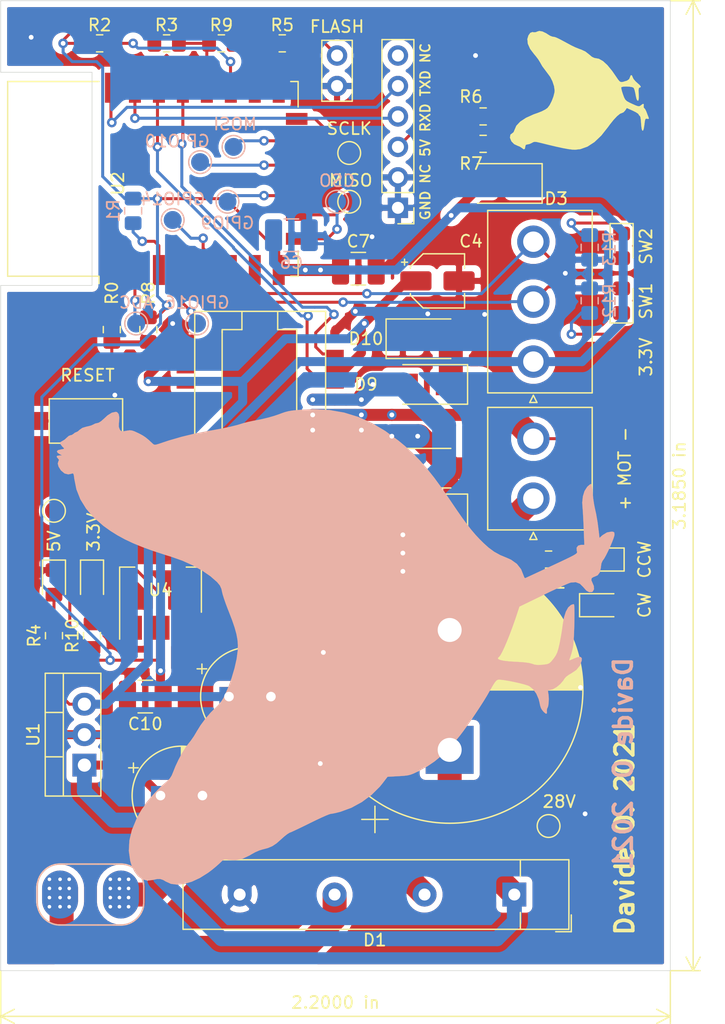
<source format=kicad_pcb>
(kicad_pcb (version 20171130) (host pcbnew "(5.1.5)-3")
  (layers (0 F.Cu signal) (31 B.Cu signal) (34 B.Paste user) (35 F.Paste user hide) (36 B.SilkS user) (37 F.SilkS user) (38 B.Mask user hide) (39 F.Mask user hide) (44 Edge.Cuts user))
  (net 0 "")
  (net 1 GND)
  (net 2 +28V)
  (net 3 +5V)
  (net 4 +3V3)
  (net 5 VAC)
  (net 6 "Net-(D1-Pad4)")
  (net 7 "Net-(D2-Pad2)")
  (net 8 "Net-(D3-Pad1)")
  (net 9 "Net-(D4-Pad1)")
  (net 10 "Net-(D6-Pad1)")
  (net 11 "Net-(R2-Pad1)")
  (net 12 "Net-(R5-Pad2)")
  (net 13 "Net-(U3-Pad16)")
  (net 14 "Net-(U3-Pad17)")
  (net 15 "Net-(U3-Pad18)")
  (net 16 "Net-(U3-Pad3)")
  (net 17 "Net-(D10-Pad2)")
  (net 18 "Net-(D8-Pad2)")
  (net 19 "Net-(J1-Pad6)")
  (net 20 /TXD)
  (net 21 /RXD)
  (net 22 /VBUS)
  (net 23 "Net-(R0-Pad2)")
  (net 24 /RST)
  (net 25 "Net-(R1-Pad2)")
  (net 26 "Net-(R3-Pad2)")
  (net 27 "Net-(R9-Pad2)")
  (net 28 /GPIO12)
  (net 29 /GPIO13)
  (net 30 "Net-(TP1-Pad1)")
  (net 31 "Net-(TP2-Pad1)")
  (net 32 "Net-(TP3-Pad1)")
  (net 33 "Net-(TP4-Pad1)")
  (net 34 "Net-(TP5-Pad1)")
  (net 35 "Net-(TP6-Pad1)")
  (net 36 "Net-(TP7-Pad1)")
  (net 37 "Net-(TP8-Pad1)")
  (net 38 "Net-(TP9-Pad1)")
  (net 39 /GPIO5)
  (net 40 /GPIO4)
  (net 41 "Net-(U3-Pad13)")
  (net 42 "Net-(U3-Pad14)")
  (net 43 "Net-(U3-Pad15)")
  (net 44 "Net-(D11-Pad1)")
  (net 45 "Net-(D12-Pad1)")
  (module TestPoint:TestPoint_Pad_D1.5mm (layer F.Cu) (at 42.545 97.79)
    (fp_text reference TP12 hide)
    (fp_text value 3.3V)
    (pad 1 smd circle (at 0 0) (size 1.5 1.5) (layers F.Cu F.Mask) (net 4 +3V3))
  )
  (module TestPoint:TestPoint_Pad_D1.5mm (layer F.Cu) (at 39.37 99.441)
    (fp_text reference TP11 hide)
    (fp_text value 5V)
    (pad 1 smd circle (at 0 0) (size 1.5 1.5) (layers F.Cu F.Mask) (net 3 +5V))
  )
  (module TestPoint:TestPoint_Pad_D1.5mm (layer F.Cu) (at 80.645 125.73)
    (fp_text reference TP10 hide)
    (fp_text value 28V (at 0.889 -2.032) (layer F.SilkS))
    (pad 1 smd circle (at 0 0) (size 1.5 1.5) (layers F.Cu F.Mask) (net 2 +28V))
  )
  (module Connector_PinHeader_2.54mm:PinHeader_1x02_P2.54mm_Vertical (layer B.Cu) (at 42.418 131.445 90)
    (fp_text reference J2 hide)
    (fp_text value Conn_01x02_Female)
    (pad 2 smd oval (at 0 -2.54 90) (size 4 3) (layers B.Cu B.Paste B.Mask) (net 5 VAC))
    (pad 1 smd oval (at 0 2.54 90) (size 4 3) (layers B.Cu B.Paste B.Mask) (net 6 "Net-(D1-Pad4)"))
  )
  (module Connector_PinHeader_2.54mm:PinHeader_1x02_P2.54mm_Vertical (layer F.Cu) (at 42.418 131.445 270)
    (fp_text reference J2 hide)
    (fp_text value Conn_01x02_Female)
    (pad 1 smd oval (at 0 -2.54 270) (size 4 3) (layers F.Cu F.Paste F.Mask) (net 6 "Net-(D1-Pad4)"))
    (pad 2 smd oval (at 0 2.54 270) (size 4 3) (layers F.Cu F.Paste F.Mask) (net 5 VAC))
  )
  (module Resistor_SMD:R_0805_2012Metric_Pad1.15x1.40mm_HandSolder (layer B.Cu) (at 84.074 77.47 270)
    (fp_text reference R13 (at 0.127 -1.651 90) (layer B.SilkS) (effects (justify mirror)))
    (fp_text value 1k)
    (pad 2 smd roundrect (at 1.025 0 270) (size 1.15 1.4) (layers B.Cu B.Paste B.Mask) (roundrect_rratio 0.217391) (net 1 GND))
    (pad 1 smd roundrect (at -1.025 0 270) (size 1.15 1.4) (layers B.Cu B.Paste B.Mask) (roundrect_rratio 0.217391) (net 45 "Net-(D12-Pad1)"))
  )
  (module Resistor_SMD:R_0805_2012Metric_Pad1.15x1.40mm_HandSolder (layer B.Cu) (at 84.074 81.915 90)
    (fp_text reference R12 (at 0 1.65 90) (layer B.SilkS) (effects (justify mirror)))
    (fp_text value 1K)
    (pad 2 smd roundrect (at 1.025 0 90) (size 1.15 1.4) (layers B.Cu B.Paste B.Mask) (roundrect_rratio 0.217391) (net 1 GND))
    (pad 1 smd roundrect (at -1.025 0 90) (size 1.15 1.4) (layers B.Cu B.Paste B.Mask) (roundrect_rratio 0.217391) (net 44 "Net-(D11-Pad1)"))
  )
  (module LED_SMD:LED_0805_2012Metric_Pad1.15x1.40mm_HandSolder (layer F.Cu) (at 86.741 77.343 270)
    (fp_text reference D12 hide)
    (fp_text value LED_SW2)
    (pad 2 smd roundrect (at 1.025 0 270) (size 1.15 1.4) (layers F.Cu F.Paste F.Mask) (roundrect_rratio 0.217391) (net 29 /GPIO13))
    (pad 1 smd roundrect (at -1.025 0 270) (size 1.15 1.4) (layers F.Cu F.Paste F.Mask) (roundrect_rratio 0.217391) (net 45 "Net-(D12-Pad1)"))
  )
  (module LED_SMD:LED_0805_2012Metric_Pad1.15x1.40mm_HandSolder (layer F.Cu) (at 86.741 81.915 90)
    (fp_text reference D11 hide)
    (fp_text value LED_SW1)
    (pad 2 smd roundrect (at 1.025 0 90) (size 1.15 1.4) (layers F.Cu F.Paste F.Mask) (roundrect_rratio 0.217391) (net 28 /GPIO12))
    (pad 1 smd roundrect (at -1.025 0 90) (size 1.15 1.4) (layers F.Cu F.Paste F.Mask) (roundrect_rratio 0.217391) (net 44 "Net-(D11-Pad1)"))
  )
  (module Logo:logo_hen_big (layer B.Cu) (at 62.865 110.744 270)
    (fp_text reference G*** hide)
    (fp_text value LOGO hide)
  )
  (module Logo:logo_hen (layer F.Cu) (at 83.185 64.389 90)
    (fp_text reference G*** hide)
    (fp_text value LOGO hide)
  )
  (module Button_Switch_SMD:SW_SPST_CK_RS282G05A3 (layer F.Cu) (at 42.037 91.948 180)
    (fp_text reference SW0)
    (fp_text value RESET (at -0.127 3.81) (layer F.SilkS))
    (pad 2 smd rect (at 3.9 0 180) (size 1.5 1.5) (layers F.Cu F.Paste F.Mask) (net 23 "Net-(R0-Pad2)"))
    (pad 1 smd rect (at -3.9 0 180) (size 1.5 1.5) (layers F.Cu F.Paste F.Mask) (net 1 GND))
  )
  (module RF_Module:ESP-12E (layer F.Cu) (at 47.625 71.755 90)
    (fp_text reference U2 (at -0.381 -2.921 90) (layer F.SilkS))
    (fp_text value ESP-12E)
    (pad 22 smd rect (at 7.6 -3.5 90) (size 2.5 1) (layers F.Cu F.Paste F.Mask) (net 20 /TXD))
    (pad 21 smd rect (at 7.6 -1.5 90) (size 2.5 1) (layers F.Cu F.Paste F.Mask) (net 21 /RXD))
    (pad 20 smd rect (at 7.6 0.5 90) (size 2.5 1) (layers F.Cu F.Paste F.Mask) (net 40 /GPIO4))
    (pad 19 smd rect (at 7.6 2.5 90) (size 2.5 1) (layers F.Cu F.Paste F.Mask) (net 39 /GPIO5))
    (pad 18 smd rect (at 7.6 4.5 90) (size 2.5 1) (layers F.Cu F.Paste F.Mask) (net 26 "Net-(R3-Pad2)"))
    (pad 17 smd rect (at 7.6 6.5 90) (size 2.5 1) (layers F.Cu F.Paste F.Mask) (net 11 "Net-(R2-Pad1)"))
    (pad 16 smd rect (at 7.6 8.5 90) (size 2.5 1) (layers F.Cu F.Paste F.Mask) (net 12 "Net-(R5-Pad2)"))
    (pad 15 smd rect (at 7.6 10.5 90) (size 2.5 1) (layers F.Cu F.Paste F.Mask) (net 1 GND))
    (pad 14 smd rect (at 5 12 90) (size 1 1.8) (layers F.Cu F.Paste F.Mask) (net 36 "Net-(TP7-Pad1)"))
    (pad 13 smd rect (at 3 12 90) (size 1 1.8) (layers F.Cu F.Paste F.Mask) (net 35 "Net-(TP6-Pad1)"))
    (pad 12 smd rect (at 1 12 90) (size 1 1.8) (layers F.Cu F.Paste F.Mask) (net 34 "Net-(TP5-Pad1)"))
    (pad 11 smd rect (at -1 12 90) (size 1 1.8) (layers F.Cu F.Paste F.Mask) (net 33 "Net-(TP4-Pad1)"))
    (pad 10 smd rect (at -3 12 90) (size 1 1.8) (layers F.Cu F.Paste F.Mask) (net 32 "Net-(TP3-Pad1)"))
    (pad 9 smd rect (at -5 12 90) (size 1 1.8) (layers F.Cu F.Paste F.Mask) (net 31 "Net-(TP2-Pad1)"))
    (pad 8 smd rect (at -7.6 10.5 90) (size 2.5 1) (layers F.Cu F.Paste F.Mask) (net 4 +3V3))
    (pad 7 smd rect (at -7.6 8.5 90) (size 2.5 1) (layers F.Cu F.Paste F.Mask) (net 29 /GPIO13))
    (pad 6 smd rect (at -7.6 6.5 90) (size 2.5 1) (layers F.Cu F.Paste F.Mask) (net 28 /GPIO12))
    (pad 5 smd rect (at -7.6 4.5 90) (size 2.5 1) (layers F.Cu F.Paste F.Mask) (net 37 "Net-(TP8-Pad1)"))
    (pad 4 smd rect (at -7.6 2.5 90) (size 2.5 1) (layers F.Cu F.Paste F.Mask) (net 38 "Net-(TP9-Pad1)"))
    (pad 3 smd rect (at -7.6 0.5 90) (size 2.5 1) (layers F.Cu F.Paste F.Mask) (net 25 "Net-(R1-Pad2)"))
    (pad 2 smd rect (at -7.6 -1.5 90) (size 2.5 1) (layers F.Cu F.Paste F.Mask) (net 30 "Net-(TP1-Pad1)"))
    (pad 1 smd rect (at -7.6 -3.5 90) (size 2.5 1) (layers F.Cu F.Paste F.Mask) (net 24 /RST))
  )
  (module Connector_PinHeader_2.54mm:PinHeader_1x02_P2.54mm_Vertical (layer F.Cu) (at 62.992 61.468)
    (fp_text reference SW1)
    (fp_text value FLASH (at 0 -2.413) (layer F.SilkS))
    (pad 2 thru_hole oval (at 0 2.54) (size 1.7 1.7) (drill 1) (layers *.Cu *.Mask) (net 1 GND))
    (pad 1 thru_hole circle (at 0 0) (size 1.7 1.7) (drill 1) (layers *.Cu *.Mask) (net 27 "Net-(R9-Pad2)"))
  )
  (module Connector_JST:JST_NV_B03P-NV_1x03_P5.00mm_Vertical (layer F.Cu) (at 79.375 86.995 90)
    (fp_text reference J3)
    (fp_text value "3.3V  SW1  SW2" (at 4.953 9.398 90) (layer F.SilkS))
    (pad 3 thru_hole circle (at 10 0 90) (size 2.7 2.7) (drill 1.7) (layers *.Cu *.Mask) (net 29 /GPIO13))
    (pad 2 thru_hole circle (at 5 0 90) (size 2.7 2.7) (drill 1.7) (layers *.Cu *.Mask) (net 28 /GPIO12))
    (pad 1 thru_hole circle (at 0 0 90) (size 2.7 2.7) (drill 1.7) (layers *.Cu *.Mask) (net 4 +3V3))
  )
  (module Capacitor_THT:CP_Radial_D8.0mm_P3.50mm (layer F.Cu) (at 48.26 123.19)
    (fp_text reference C2 (at 2.9845 -1.7145) (layer F.SilkS))
    (fp_text value 0.33uF)
    (pad 2 thru_hole circle (at 3.5 0) (size 1.6 1.6) (drill 0.8) (layers *.Cu *.Mask) (net 1 GND))
    (pad 1 thru_hole rect (at 0 0) (size 1.6 1.6) (drill 0.8) (layers *.Cu *.Mask) (net 2 +28V))
  )
  (module Capacitor_THT:CP_Radial_D8.0mm_P3.50mm (layer F.Cu) (at 53.975 114.935)
    (fp_text reference C3 (at 1.75 -5.25) (layer F.SilkS))
    (fp_text value 0.1uF)
    (pad 2 thru_hole circle (at 3.5 0) (size 1.6 1.6) (drill 0.8) (layers *.Cu *.Mask) (net 1 GND))
    (pad 1 thru_hole rect (at 0 0) (size 1.6 1.6) (drill 0.8) (layers *.Cu *.Mask) (net 3 +5V))
  )
  (module Package_TO_SOT_THT:TO-220-3_Vertical (layer F.Cu) (at 41.91 120.65 90)
    (fp_text reference U1 (at 2.54 -4.27 90) (layer F.SilkS))
    (fp_text value LM7805_TO220)
    (pad 3 thru_hole oval (at 5.08 0 90) (size 1.905 2) (drill 1.1) (layers *.Cu *.Mask) (net 3 +5V))
    (pad 2 thru_hole oval (at 2.54 0 90) (size 1.905 2) (drill 1.1) (layers *.Cu *.Mask) (net 1 GND))
    (pad 1 thru_hole rect (at 0 0 90) (size 1.905 2) (drill 1.1) (layers *.Cu *.Mask) (net 2 +28V))
  )
  (module Capacitor_THT:CP_Radial_D22.0mm_P10.00mm_SnapIn (layer F.Cu) (at 72.39 119.38 90)
    (fp_text reference C1 (at -3.048 -9.525 180) (layer F.SilkS))
    (fp_text value 330uF)
    (pad 2 thru_hole circle (at 10 0 90) (size 4 4) (drill 2) (layers *.Cu *.Mask) (net 1 GND))
    (pad 1 thru_hole rect (at 0 0 90) (size 4 4) (drill 2) (layers *.Cu *.Mask) (net 2 +28V))
  )
  (module Diode_THT:Diode_Bridge_32.0x5.6x17.0mm_P10.0mm_P7.5mm (layer F.Cu) (at 78.74 131.445 180)
    (fp_text reference D1 (at 12.6 -3.8) (layer F.SilkS))
    (fp_text value D_Bridge_+-AA hide)
    (pad 1 thru_hole rect (at 0.9525 0 180) (size 2 2) (drill 1) (layers *.Cu *.Mask) (net 2 +28V))
    (pad 3 thru_hole circle (at 15.9525 0 180) (size 2 2) (drill 1) (layers *.Cu *.Mask) (net 5 VAC))
    (pad 4 thru_hole circle (at 8.4455 0 180) (size 2 2) (drill 1) (layers *.Cu *.Mask) (net 6 "Net-(D1-Pad4)"))
    (pad 2 thru_hole circle (at 23.876 0 180) (size 2 2) (drill 1) (layers *.Cu *.Mask) (net 1 GND))
  )
  (module Package_TO_SOT_SMD:SOT-223 (layer F.Cu) (at 48.26 106.045 90)
    (fp_text reference U4 (at 0 0 180) (layer F.SilkS))
    (fp_text value LM1117-3.3)
    (pad 1 smd rect (at -3.15 -2.3 90) (size 2 1.5) (layers F.Cu F.Paste F.Mask) (net 1 GND))
    (pad 3 smd rect (at -3.15 2.3 90) (size 2 1.5) (layers F.Cu F.Paste F.Mask) (net 2 +28V))
    (pad 2 smd rect (at -3.15 0 90) (size 2 1.5) (layers F.Cu F.Paste F.Mask) (net 4 +3V3))
    (pad 4 smd rect (at 3.15 0 90) (size 2 3.8) (layers F.Cu F.Paste F.Mask))
  )
  (module PowerSO-20:PowerSO-20 (layer F.Cu) (at 56.515 102.87 180)
    (fp_text reference U3 (at 0 1.27) (layer F.SilkS))
    (fp_text value L298P)
    (fp_poly (pts (xy 1.4605 5.588) (xy 3.1115 5.588) (xy 3.1115 18.542) (xy 1.4605 18.542) (xy 1.4605 20.066) (xy 0.0635 20.066) (xy -1.524 20.066) (xy -1.524 18.542) (xy -3.1115 18.542) (xy -3.1115 5.588) (xy -1.524 5.588) (xy -1.524 4.064) (xy 1.4605 4.064)) (layer F.Cu) (width 0.1))
    (pad 10 smd rect (at -6.2865 17.78 180) (size 1.5 0.7) (layers F.Cu F.Paste F.Mask) (net 1 GND))
    (pad 11 smd rect (at 6.1595 17.78 180) (size 1.5 0.7) (layers F.Cu F.Paste F.Mask) (net 1 GND))
    (pad 9 smd rect (at -6.2865 16.51 180) (size 1.5 0.7) (layers F.Cu F.Paste F.Mask) (net 39 /GPIO5))
    (pad 12 smd rect (at 6.1595 16.51 180) (size 1.5 0.7) (layers F.Cu F.Paste F.Mask) (net 3 +5V))
    (pad 8 smd rect (at -6.2865 15.24 180) (size 1.5 0.7) (layers F.Cu F.Paste F.Mask) (net 3 +5V))
    (pad 13 smd rect (at 6.1595 15.24 180) (size 1.5 0.7) (layers F.Cu F.Paste F.Mask) (net 41 "Net-(U3-Pad13)"))
    (pad 7 smd rect (at -6.2865 13.97 180) (size 1.5 0.7) (layers F.Cu F.Paste F.Mask) (net 40 /GPIO4))
    (pad 14 smd rect (at 6.1595 13.97 180) (size 1.5 0.7) (layers F.Cu F.Paste F.Mask) (net 42 "Net-(U3-Pad14)"))
    (pad 6 smd rect (at -6.2865 12.7 180) (size 1.5 0.7) (layers F.Cu F.Paste F.Mask) (net 2 +28V))
    (pad 15 smd rect (at 6.1595 12.7 180) (size 1.5 0.7) (layers F.Cu F.Paste F.Mask) (net 43 "Net-(U3-Pad15)"))
    (pad 5 smd rect (at -6.2865 11.43 180) (size 1.5 0.7) (layers F.Cu F.Paste F.Mask) (net 17 "Net-(D10-Pad2)"))
    (pad 16 smd rect (at 6.1595 11.43 180) (size 1.5 0.7) (layers F.Cu F.Paste F.Mask) (net 13 "Net-(U3-Pad16)"))
    (pad 4 smd rect (at -6.2865 10.16 180) (size 1.5 0.7) (layers F.Cu F.Paste F.Mask) (net 10 "Net-(D6-Pad1)"))
    (pad 17 smd rect (at 6.1595 10.16 180) (size 1.5 0.7) (layers F.Cu F.Paste F.Mask) (net 14 "Net-(U3-Pad17)"))
    (pad 18 smd rect (at 6.1595 8.89 180) (size 1.5 0.7) (layers F.Cu F.Paste F.Mask) (net 15 "Net-(U3-Pad18)"))
    (pad 3 smd rect (at -6.2865 8.89 180) (size 1.5 0.7) (layers F.Cu F.Paste F.Mask) (net 16 "Net-(U3-Pad3)"))
    (pad 19 smd rect (at 6.1595 7.62 180) (size 1.5 0.7) (layers F.Cu F.Paste F.Mask) (net 1 GND))
    (pad 2 smd rect (at -6.2865 7.62 180) (size 1.5 0.7) (layers F.Cu F.Paste F.Mask) (net 1 GND))
    (pad 20 smd rect (at 6.1595 6.35 180) (size 1.5 0.7) (layers F.Cu F.Paste F.Mask) (net 1 GND))
    (pad 1 smd rect (at -6.2865 6.35 180) (size 1.5 0.7) (layers F.Cu F.Paste F.Mask) (net 1 GND))
  )
  (module TestPoint:TestPoint_Pad_D1.5mm (layer B.Cu) (at 51.308 83.82)
    (fp_text reference TP9 hide)
    (fp_text value GPIO16 (at 0 -1.75) (layer B.SilkS) (effects (justify mirror)))
    (pad 1 smd circle (at 0 0) (size 1.5 1.5) (layers B.Cu B.Mask) (net 38 "Net-(TP9-Pad1)"))
  )
  (module TestPoint:TestPoint_Pad_D1.5mm (layer B.Cu) (at 49.276 75.184)
    (fp_text reference TP8 hide)
    (fp_text value GPIO14 (at 0 -1.75) (layer B.SilkS) (effects (justify mirror)))
    (pad 1 smd circle (at 0 0) (size 1.5 1.5) (layers B.Cu B.Mask) (net 37 "Net-(TP8-Pad1)"))
  )
  (module TestPoint:TestPoint_Pad_D1.5mm (layer F.Cu) (at 64.008 69.596)
    (fp_text reference TP7 hide)
    (fp_text value SCLK (at 0 -2.032) (layer F.SilkS))
    (pad 1 smd circle (at 0 0) (size 1.5 1.5) (layers F.Cu F.Mask) (net 36 "Net-(TP7-Pad1)"))
  )
  (module TestPoint:TestPoint_Pad_D1.5mm (layer B.Cu) (at 54.356 69.088)
    (fp_text reference TP6 hide)
    (fp_text value MOSI (at 0.127 -1.905) (layer B.SilkS) (effects (justify mirror)))
    (pad 1 smd circle (at 0 0) (size 1.5 1.5) (layers B.Cu B.Mask) (net 35 "Net-(TP6-Pad1)"))
  )
  (module TestPoint:TestPoint_Pad_D1.5mm (layer B.Cu) (at 51.562 70.358)
    (fp_text reference TP5 hide)
    (fp_text value GPIO10 (at -1.905 -1.75) (layer B.SilkS) (effects (justify mirror)))
    (pad 1 smd circle (at 0 0) (size 1.5 1.5) (layers B.Cu B.Mask) (net 34 "Net-(TP5-Pad1)"))
  )
  (module TestPoint:TestPoint_Pad_D1.5mm (layer B.Cu) (at 53.848 73.66)
    (fp_text reference TP4 hide)
    (fp_text value GPIO9 (at 0 1.778) (layer B.SilkS) (effects (justify mirror)))
    (pad 1 smd circle (at 0 0) (size 1.5 1.5) (layers B.Cu B.Mask) (net 33 "Net-(TP4-Pad1)"))
  )
  (module TestPoint:TestPoint_Pad_D1.5mm (layer F.Cu) (at 64.008 73.66)
    (fp_text reference TP3 hide)
    (fp_text value MISO (at 0.127 -1.778) (layer F.SilkS))
    (pad 1 smd circle (at 0 0) (size 1.5 1.5) (layers F.Cu F.Mask) (net 32 "Net-(TP3-Pad1)"))
  )
  (module TestPoint:TestPoint_Pad_D1.5mm (layer B.Cu) (at 62.992 73.66)
    (fp_text reference TP2 hide)
    (fp_text value CSO (at 0 -1.75) (layer B.SilkS) (effects (justify mirror)))
    (pad 1 smd circle (at 0 0) (size 1.5 1.5) (layers B.Cu B.Mask) (net 31 "Net-(TP2-Pad1)"))
  )
  (module TestPoint:TestPoint_Pad_D1.5mm (layer B.Cu) (at 46.228 83.82)
    (fp_text reference TP1 hide)
    (fp_text value ADC (at 0 -1.75) (layer B.SilkS) (effects (justify mirror)))
    (pad 1 smd circle (at 0 0) (size 1.5 1.5) (layers B.Cu B.Mask) (net 30 "Net-(TP1-Pad1)"))
  )
  (module Resistor_SMD:R_0805_2012Metric_Pad1.15x1.40mm_HandSolder (layer F.Cu) (at 80.645 103.505)
    (fp_text reference R11 (at 0 1.905) (layer F.SilkS))
    (fp_text value 10k)
    (pad 2 smd roundrect (at 1.025 0) (size 1.15 1.4) (layers F.Cu F.Paste F.Mask) (roundrect_rratio 0.217391) (net 9 "Net-(D4-Pad1)"))
    (pad 1 smd roundrect (at -1.025 0) (size 1.15 1.4) (layers F.Cu F.Paste F.Mask) (roundrect_rratio 0.217391) (net 10 "Net-(D6-Pad1)"))
  )
  (module Resistor_SMD:R_0805_2012Metric_Pad1.15x1.40mm_HandSolder (layer F.Cu) (at 42.545 109.855 90)
    (fp_text reference R10 (at 0 -1.65 90) (layer F.SilkS))
    (fp_text value 220R)
    (pad 2 smd roundrect (at 1.025 0 90) (size 1.15 1.4) (layers F.Cu F.Paste F.Mask) (roundrect_rratio 0.217391) (net 18 "Net-(D8-Pad2)"))
    (pad 1 smd roundrect (at -1.025 0 90) (size 1.15 1.4) (layers F.Cu F.Paste F.Mask) (roundrect_rratio 0.217391) (net 4 +3V3))
  )
  (module Resistor_SMD:R_0805_2012Metric_Pad1.15x1.40mm_HandSolder (layer F.Cu) (at 53.34 60.452)
    (fp_text reference R9 (at 0 -1.524) (layer F.SilkS))
    (fp_text value 470)
    (pad 2 smd roundrect (at 1.025 0) (size 1.15 1.4) (layers F.Cu F.Paste F.Mask) (roundrect_rratio 0.217391) (net 27 "Net-(R9-Pad2)"))
    (pad 1 smd roundrect (at -1.025 0) (size 1.15 1.4) (layers F.Cu F.Paste F.Mask) (roundrect_rratio 0.217391) (net 26 "Net-(R3-Pad2)"))
  )
  (module Resistor_SMD:R_0805_2012Metric_Pad1.15x1.40mm_HandSolder (layer F.Cu) (at 47.244 84.328 270)
    (fp_text reference R8 (at -3.048 0 90) (layer F.SilkS))
    (fp_text value 10K)
    (pad 2 smd roundrect (at 1.025 0 270) (size 1.15 1.4) (layers F.Cu F.Paste F.Mask) (roundrect_rratio 0.217391) (net 23 "Net-(R0-Pad2)"))
    (pad 1 smd roundrect (at -1.025 0 270) (size 1.15 1.4) (layers F.Cu F.Paste F.Mask) (roundrect_rratio 0.217391) (net 4 +3V3))
  )
  (module Resistor_SMD:R_0805_2012Metric_Pad1.15x1.40mm_HandSolder (layer F.Cu) (at 75.184 68.834 180)
    (fp_text reference R7 (at 1.016 -1.651) (layer F.SilkS))
    (fp_text value 2k)
    (pad 2 smd roundrect (at 1.025 0 180) (size 1.15 1.4) (layers F.Cu F.Paste F.Mask) (roundrect_rratio 0.217391) (net 1 GND))
    (pad 1 smd roundrect (at -1.025 0 180) (size 1.15 1.4) (layers F.Cu F.Paste F.Mask) (roundrect_rratio 0.217391) (net 8 "Net-(D3-Pad1)"))
  )
  (module Resistor_SMD:R_0805_2012Metric_Pad1.15x1.40mm_HandSolder (layer F.Cu) (at 75.184 66.548)
    (fp_text reference R6 (at -1.016 -1.651) (layer F.SilkS))
    (fp_text value 1k)
    (pad 2 smd roundrect (at 1.025 0) (size 1.15 1.4) (layers F.Cu F.Paste F.Mask) (roundrect_rratio 0.217391) (net 8 "Net-(D3-Pad1)"))
    (pad 1 smd roundrect (at -1.025 0) (size 1.15 1.4) (layers F.Cu F.Paste F.Mask) (roundrect_rratio 0.217391) (net 22 /VBUS))
  )
  (module Resistor_SMD:R_0805_2012Metric_Pad1.15x1.40mm_HandSolder (layer F.Cu) (at 58.42 60.452 180)
    (fp_text reference R5 (at 0 1.524) (layer F.SilkS))
    (fp_text value 10k)
    (pad 2 smd roundrect (at 1.025 0 180) (size 1.15 1.4) (layers F.Cu F.Paste F.Mask) (roundrect_rratio 0.217391) (net 12 "Net-(R5-Pad2)"))
    (pad 1 smd roundrect (at -1.025 0 180) (size 1.15 1.4) (layers F.Cu F.Paste F.Mask) (roundrect_rratio 0.217391) (net 1 GND))
  )
  (module Resistor_SMD:R_0805_2012Metric_Pad1.15x1.40mm_HandSolder (layer F.Cu) (at 39.37 109.855 90)
    (fp_text reference R4 (at 0 -1.65 90) (layer F.SilkS))
    (fp_text value 220R)
    (pad 2 smd roundrect (at 1.025 0 90) (size 1.15 1.4) (layers F.Cu F.Paste F.Mask) (roundrect_rratio 0.217391) (net 7 "Net-(D2-Pad2)"))
    (pad 1 smd roundrect (at -1.025 0 90) (size 1.15 1.4) (layers F.Cu F.Paste F.Mask) (roundrect_rratio 0.217391) (net 3 +5V))
  )
  (module Resistor_SMD:R_0805_2012Metric_Pad1.15x1.40mm_HandSolder (layer F.Cu) (at 48.768 60.452)
    (fp_text reference R3 (at 0 -1.524) (layer F.SilkS))
    (fp_text value 10k)
    (pad 2 smd roundrect (at 1.025 0) (size 1.15 1.4) (layers F.Cu F.Paste F.Mask) (roundrect_rratio 0.217391) (net 26 "Net-(R3-Pad2)"))
    (pad 1 smd roundrect (at -1.025 0) (size 1.15 1.4) (layers F.Cu F.Paste F.Mask) (roundrect_rratio 0.217391) (net 4 +3V3))
  )
  (module Resistor_SMD:R_0805_2012Metric_Pad1.15x1.40mm_HandSolder (layer F.Cu) (at 43.18 60.452 180)
    (fp_text reference R2 (at 0 1.524) (layer F.SilkS))
    (fp_text value 10k)
    (pad 2 smd roundrect (at 1.025 0 180) (size 1.15 1.4) (layers F.Cu F.Paste F.Mask) (roundrect_rratio 0.217391) (net 4 +3V3))
    (pad 1 smd roundrect (at -1.025 0 180) (size 1.15 1.4) (layers F.Cu F.Paste F.Mask) (roundrect_rratio 0.217391) (net 11 "Net-(R2-Pad1)"))
  )
  (module Resistor_SMD:R_0805_2012Metric_Pad1.15x1.40mm_HandSolder (layer B.Cu) (at 45.974 74.422 270)
    (fp_text reference R1 (at 0 1.65 270) (layer B.SilkS) (effects (justify mirror)))
    (fp_text value 10k)
    (pad 2 smd roundrect (at 1.025 0 270) (size 1.15 1.4) (layers B.Cu B.Paste B.Mask) (roundrect_rratio 0.217391) (net 25 "Net-(R1-Pad2)"))
    (pad 1 smd roundrect (at -1.025 0 270) (size 1.15 1.4) (layers B.Cu B.Paste B.Mask) (roundrect_rratio 0.217391) (net 4 +3V3))
  )
  (module Resistor_SMD:R_0805_2012Metric_Pad1.15x1.40mm_HandSolder (layer F.Cu) (at 44.196 84.328 270)
    (fp_text reference R0 (at -3.048 0 90) (layer F.SilkS))
    (fp_text value 470)
    (pad 2 smd roundrect (at 1.025 0 270) (size 1.15 1.4) (layers F.Cu F.Paste F.Mask) (roundrect_rratio 0.217391) (net 23 "Net-(R0-Pad2)"))
    (pad 1 smd roundrect (at -1.025 0 270) (size 1.15 1.4) (layers F.Cu F.Paste F.Mask) (roundrect_rratio 0.217391) (net 24 /RST))
  )
  (module Connector_JST:JST_NV_B02P-NV_1x02_P5.00mm_Vertical (layer F.Cu) (at 79.375 98.425 90)
    (fp_text reference M1)
    (fp_text value "+ MOT -" (at 2.5 7.62 90) (layer F.SilkS))
    (pad 2 thru_hole circle (at 5 0 90) (size 2.7 2.7) (drill 1.7) (layers *.Cu *.Mask) (net 17 "Net-(D10-Pad2)"))
    (pad 1 thru_hole circle (at 0 0 90) (size 2.7 2.7) (drill 1.7) (layers *.Cu *.Mask) (net 10 "Net-(D6-Pad1)"))
  )
  (module Connector_PinHeader_2.54mm:PinHeader_1x06_P2.54mm_Vertical (layer F.Cu) (at 68.072 74.168 180)
    (fp_text reference J1)
    (fp_text value "GND NC 5V RXD TXD NC" (at -2.286 6.35 90) (layer F.SilkS) (effects (font (size 0.8 0.8))))
    (pad 6 thru_hole oval (at 0 12.7 180) (size 1.7 1.7) (drill 1) (layers *.Cu *.Mask) (net 19 "Net-(J1-Pad6)"))
    (pad 5 thru_hole oval (at 0 10.16 180) (size 1.7 1.7) (drill 1) (layers *.Cu *.Mask) (net 20 /TXD))
    (pad 4 thru_hole oval (at 0 7.62 180) (size 1.7 1.7) (drill 1) (layers *.Cu *.Mask) (net 21 /RXD))
    (pad 3 thru_hole oval (at 0 5.08 180) (size 1.7 1.7) (drill 1) (layers *.Cu *.Mask) (net 22 /VBUS))
    (pad 2 thru_hole oval (at 0 2.54 180) (size 1.7 1.7) (drill 1) (layers *.Cu *.Mask) (net 1 GND))
    (pad 1 thru_hole rect (at 0 0 180) (size 1.7 1.7) (drill 1) (layers *.Cu *.Mask) (net 1 GND))
  )
  (module Diode_SMD:D_SMA (layer F.Cu) (at 70.485 85.09)
    (fp_text reference D10 (at -5.08 0) (layer F.SilkS))
    (fp_text value DIODE)
    (pad 2 smd rect (at 2 0) (size 2.5 1.8) (layers F.Cu F.Paste F.Mask) (net 17 "Net-(D10-Pad2)"))
    (pad 1 smd rect (at -2 0) (size 2.5 1.8) (layers F.Cu F.Paste F.Mask) (net 1 GND))
  )
  (module Diode_SMD:D_SMA (layer F.Cu) (at 70.485 88.9 180)
    (fp_text reference D9 (at 5.08 0) (layer F.SilkS))
    (fp_text value DIODE)
    (pad 2 smd rect (at 2 0 180) (size 2.5 1.8) (layers F.Cu F.Paste F.Mask) (net 2 +28V))
    (pad 1 smd rect (at -2 0 180) (size 2.5 1.8) (layers F.Cu F.Paste F.Mask) (net 17 "Net-(D10-Pad2)"))
  )
  (module LED_SMD:LED_0805_2012Metric_Pad1.15x1.40mm_HandSolder (layer F.Cu) (at 42.545 105.41 270)
    (fp_text reference D8)
    (fp_text value 3.3V (at -4.191 -0.127 90) (layer F.SilkS))
    (pad 2 smd roundrect (at 1.025 0 270) (size 1.15 1.4) (layers F.Cu F.Paste F.Mask) (roundrect_rratio 0.217391) (net 18 "Net-(D8-Pad2)"))
    (pad 1 smd roundrect (at -1.025 0 270) (size 1.15 1.4) (layers F.Cu F.Paste F.Mask) (roundrect_rratio 0.217391) (net 1 GND))
  )
  (module Diode_SMD:D_SMA (layer F.Cu) (at 70.485 95.885)
    (fp_text reference D7 (at -5.08 0) (layer F.SilkS))
    (fp_text value DIODE)
    (pad 2 smd rect (at 2 0) (size 2.5 1.8) (layers F.Cu F.Paste F.Mask) (net 10 "Net-(D6-Pad1)"))
    (pad 1 smd rect (at -2 0) (size 2.5 1.8) (layers F.Cu F.Paste F.Mask) (net 1 GND))
  )
  (module Diode_SMD:D_SMA (layer F.Cu) (at 70.485 99.695 180)
    (fp_text reference D6 (at 5.08 0) (layer F.SilkS))
    (fp_text value DIODE)
    (pad 2 smd rect (at 2 0 180) (size 2.5 1.8) (layers F.Cu F.Paste F.Mask) (net 2 +28V))
    (pad 1 smd rect (at -2 0 180) (size 2.5 1.8) (layers F.Cu F.Paste F.Mask) (net 10 "Net-(D6-Pad1)"))
  )
  (module LED_SMD:LED_0805_2012Metric_Pad1.15x1.40mm_HandSolder (layer F.Cu) (at 85.09 103.505 180)
    (fp_text reference D5)
    (fp_text value CCW (at -3.556 0 90) (layer F.SilkS))
    (pad 2 smd roundrect (at 1.025 0 180) (size 1.15 1.4) (layers F.Cu F.Paste F.Mask) (roundrect_rratio 0.217391) (net 9 "Net-(D4-Pad1)"))
    (pad 1 smd roundrect (at -1.025 0 180) (size 1.15 1.4) (layers F.Cu F.Paste F.Mask) (roundrect_rratio 0.217391) (net 17 "Net-(D10-Pad2)"))
  )
  (module LED_SMD:LED_0805_2012Metric_Pad1.15x1.40mm_HandSolder (layer F.Cu) (at 85.09 107.315)
    (fp_text reference D4)
    (fp_text value CW (at 3.556 0 90) (layer F.SilkS))
    (pad 2 smd roundrect (at 1.025 0) (size 1.15 1.4) (layers F.Cu F.Paste F.Mask) (roundrect_rratio 0.217391) (net 17 "Net-(D10-Pad2)"))
    (pad 1 smd roundrect (at -1.025 0) (size 1.15 1.4) (layers F.Cu F.Paste F.Mask) (roundrect_rratio 0.217391) (net 9 "Net-(D4-Pad1)"))
  )
  (module Diode_SMD:D_SMA (layer F.Cu) (at 76.708 72.136 180)
    (fp_text reference D3 (at -4.572 -1.27) (layer F.SilkS))
    (fp_text value DIODE)
    (pad 2 smd rect (at 2 0 180) (size 2.5 1.8) (layers F.Cu F.Paste F.Mask) (net 4 +3V3))
    (pad 1 smd rect (at -2 0 180) (size 2.5 1.8) (layers F.Cu F.Paste F.Mask) (net 8 "Net-(D3-Pad1)"))
  )
  (module LED_SMD:LED_0805_2012Metric_Pad1.15x1.40mm_HandSolder (layer F.Cu) (at 39.37 105.41 270)
    (fp_text reference D2)
    (fp_text value 5V (at -3.429 0 90) (layer F.SilkS))
    (pad 2 smd roundrect (at 1.025 0 270) (size 1.15 1.4) (layers F.Cu F.Paste F.Mask) (roundrect_rratio 0.217391) (net 7 "Net-(D2-Pad2)"))
    (pad 1 smd roundrect (at -1.025 0 270) (size 1.15 1.4) (layers F.Cu F.Paste F.Mask) (roundrect_rratio 0.217391) (net 1 GND))
  )
  (module Capacitor_SMD:C_1210_3225Metric_Pad1.42x2.65mm_HandSolder (layer F.Cu) (at 46.99 114.935 180)
    (fp_text reference C10 (at 0 -2.28) (layer F.SilkS))
    (fp_text value 10uF)
    (pad 2 smd roundrect (at 1.4875 0 180) (size 1.425 2.65) (layers F.Cu F.Paste F.Mask) (roundrect_rratio 0.175439) (net 1 GND))
    (pad 1 smd roundrect (at -1.4875 0 180) (size 1.425 2.65) (layers F.Cu F.Paste F.Mask) (roundrect_rratio 0.175439) (net 4 +3V3))
  )
  (module Capacitor_SMD:C_1210_3225Metric_Pad1.42x2.65mm_HandSolder (layer F.Cu) (at 55.245 106.68 270)
    (fp_text reference C9 (at 0 -2.28 90) (layer F.SilkS))
    (fp_text value 10uF)
    (pad 2 smd roundrect (at 1.4875 0 270) (size 1.425 2.65) (layers F.Cu F.Paste F.Mask) (roundrect_rratio 0.175439) (net 1 GND))
    (pad 1 smd roundrect (at -1.4875 0 270) (size 1.425 2.65) (layers F.Cu F.Paste F.Mask) (roundrect_rratio 0.175439) (net 2 +28V))
  )
  (module Capacitor_SMD:C_1210_3225Metric_Pad1.42x2.65mm_HandSolder (layer F.Cu) (at 64.77 79.248)
    (fp_text reference C7 (at 0 -2.28) (layer F.SilkS))
    (fp_text value 0.1u)
    (pad 2 smd roundrect (at 1.4875 0) (size 1.425 2.65) (layers F.Cu F.Paste F.Mask) (roundrect_rratio 0.175439) (net 1 GND))
    (pad 1 smd roundrect (at -1.4875 0) (size 1.425 2.65) (layers F.Cu F.Paste F.Mask) (roundrect_rratio 0.175439) (net 4 +3V3))
  )
  (module Capacitor_SMD:C_1210_3225Metric_Pad1.42x2.65mm_HandSolder (layer B.Cu) (at 59.182 76.454)
    (fp_text reference C6 (at 0 2.28) (layer B.SilkS) (effects (justify mirror)))
    (fp_text value 10u)
    (pad 2 smd roundrect (at 1.4875 0) (size 1.425 2.65) (layers B.Cu B.Paste B.Mask) (roundrect_rratio 0.175439) (net 1 GND))
    (pad 1 smd roundrect (at -1.4875 0) (size 1.425 2.65) (layers B.Cu B.Paste B.Mask) (roundrect_rratio 0.175439) (net 4 +3V3))
  )
  (module Capacitor_SMD:CP_Elec_4x4.5 (layer F.Cu) (at 61.976 102.616 180)
    (fp_text reference C5 (at 0 -3.2) (layer F.SilkS))
    (fp_text value 100nF)
    (pad 2 smd roundrect (at 1.8 0 180) (size 2.6 1.6) (layers F.Cu F.Paste F.Mask) (roundrect_rratio 0.15625) (net 1 GND))
    (pad 1 smd roundrect (at -1.8 0 180) (size 2.6 1.6) (layers F.Cu F.Paste F.Mask) (roundrect_rratio 0.15625) (net 2 +28V))
  )
  (module Capacitor_SMD:CP_Elec_4x4.5 (layer F.Cu) (at 71.374 80.264)
    (fp_text reference C4 (at 2.794 -3.302) (layer F.SilkS))
    (fp_text value 100nF)
    (pad 2 smd roundrect (at 1.8 0) (size 2.6 1.6) (layers F.Cu F.Paste F.Mask) (roundrect_rratio 0.15625) (net 1 GND))
    (pad 1 smd roundrect (at -1.8 0) (size 2.6 1.6) (layers F.Cu F.Paste F.Mask) (roundrect_rratio 0.15625) (net 3 +5V))
  )
  (gr_text "Davide O. 2021" (at 86.868 120.523 90) (layer B.SilkS) (effects (font (size 1.5 1.5) (thickness 0.3)) (justify mirror)))
  (gr_text "Davide O. 2021" (at 86.995 125.984 90) (layer F.SilkS) (effects (font (size 1.5 1.5) (thickness 0.3))))
  (dimension 55.88 (width 0.12) (layer F.SilkS) (gr_text "55,880 mm" (at 62.865 142.875) (layer F.SilkS) (effects (font (size 1 1) (thickness 0.15)))) (feature1 (pts (xy 34.925 137.795) (xy 34.925 142.191421))) (feature2 (pts (xy 90.805 137.795) (xy 90.805 142.191421))) (crossbar (pts (xy 90.805 141.605) (xy 34.925 141.605))) (arrow1a (pts (xy 34.925 141.605) (xy 36.051504 141.018579))) (arrow1b (pts (xy 34.925 141.605) (xy 36.051504 142.191421))) (arrow2a (pts (xy 90.805 141.605) (xy 89.678496 141.018579))) (arrow2b (pts (xy 90.805 141.605) (xy 89.678496 142.191421))))
  (dimension 80.899 (width 0.12) (layer F.SilkS) (gr_text "80,899 mm" (at 93.98 97.3455 270) (layer F.SilkS) (effects (font (size 1 1) (thickness 0.15)))) (feature1 (pts (xy 90.805 137.795) (xy 93.296421 137.795))) (feature2 (pts (xy 90.805 56.896) (xy 93.296421 56.896))) (crossbar (pts (xy 92.71 56.896) (xy 92.71 137.795))) (arrow1a (pts (xy 92.71 137.795) (xy 92.123579 136.668496))) (arrow1b (pts (xy 92.71 137.795) (xy 93.296421 136.668496))) (arrow2a (pts (xy 92.71 56.896) (xy 92.123579 58.022504))) (arrow2b (pts (xy 92.71 56.896) (xy 93.296421 58.022504))))
  (gr_line (start 90.805 56.896) (end 90.805 74.295) (layer Edge.Cuts) (width 0.05))
  (gr_line (start 34.925 56.896) (end 90.805 56.896) (layer Edge.Cuts) (width 0.05))
  (gr_line (start 34.925 62.865) (end 34.925 56.896) (layer Edge.Cuts) (width 0.05))
  (gr_line (start 42.545 62.865) (end 34.925 62.865) (layer Edge.Cuts) (width 0.05))
  (gr_line (start 42.545 80.645) (end 42.545 62.865) (layer Edge.Cuts) (width 0.05))
  (gr_line (start 42.545 80.645) (end 34.925 80.645) (layer Edge.Cuts) (width 0.05))
  (gr_line (start 34.925 80.645) (end 34.925 137.795) (layer Edge.Cuts) (width 0.05))
  (gr_line (start 90.805 137.795) (end 90.805 74.295) (layer Edge.Cuts) (width 0.05))
  (gr_line (start 34.925 137.795) (end 90.805 137.795) (layer Edge.Cuts) (width 0.05))
  (segment (start 54.864 131.445) (end 54.864 126.906) (width 2) (layer B.Cu) (net 1))
  (segment (start 52.559999 124.601999) (end 54.864 126.906) (width 2) (layer B.Cu) (net 1))
  (segment (start 52.559999 123.989999) (end 52.559999 124.601999) (width 2) (layer B.Cu) (net 1))
  (segment (start 51.76 123.19) (end 52.559999 123.989999) (width 2) (layer B.Cu) (net 1))
  (segment (start 58.274999 115.734999) (end 61.759999 115.734999) (width 2) (layer B.Cu) (net 1))
  (segment (start 57.475 114.935) (end 58.274999 115.734999) (width 2) (layer B.Cu) (net 1))
  (segment (start 54.864 126.906) (end 61.593391 120.521391) (width 2) (layer B.Cu) (net 1))
  (segment (start 61.759999 115.734999) (end 64.135 118.11) (width 2) (layer B.Cu) (net 1))
  (segment (start 64.135 118.11) (end 72.39 109.38) (width 2) (layer B.Cu) (net 1))
  (segment (start 41.91 118.11) (end 44.45 118.11) (width 0.75) (layer F.Cu) (net 1))
  (segment (start 45.5025 117.0575) (end 45.5025 114.935) (width 0.75) (layer F.Cu) (net 1))
  (segment (start 57.475 110.3975) (end 57.475 114.935) (width 0.75) (layer F.Cu) (net 1))
  (segment (start 42.545 104.385) (end 44.695 104.385) (width 0.25) (layer F.Cu) (net 1))
  (segment (start 45.96 105.65) (end 45.96 109.195) (width 0.25) (layer F.Cu) (net 1))
  (segment (start 44.695 104.385) (end 45.96 105.65) (width 0.25) (layer F.Cu) (net 1))
  (segment (start 44.45 118.11) (end 45.5025 117.0575) (width 0.75) (layer F.Cu) (net 1))
  (segment (start 45.6275 117.0575) (end 51.76 123.19) (width 0.75) (layer F.Cu) (net 1))
  (segment (start 45.5025 117.0575) (end 45.6275 117.0575) (width 0.75) (layer F.Cu) (net 1))
  (segment (start 40.16 118.11) (end 37.465 115.415) (width 0.75) (layer F.Cu) (net 1))
  (segment (start 41.91 118.11) (end 40.16 118.11) (width 0.75) (layer F.Cu) (net 1))
  (segment (start 67.85 95.25) (end 68.485 95.885) (width 1) (layer F.Cu) (net 1))
  (segment (start 73.174 80.264) (end 73.174 80.401) (width 0.75) (layer F.Cu) (net 1))
  (segment (start 66.97 79.248) (end 68.24 77.978) (width 0.75) (layer F.Cu) (net 1))
  (segment (start 66.2575 79.248) (end 66.97 79.248) (width 0.75) (layer F.Cu) (net 1))
  (segment (start 68.24 77.978) (end 70.888 77.978) (width 0.75) (layer F.Cu) (net 1))
  (segment (start 55.3515 102.616) (end 58.876 102.616) (width 0.75) (layer F.Cu) (net 1))
  (segment (start 50.3555 97.62) (end 55.3515 102.616) (width 0.75) (layer F.Cu) (net 1))
  (segment (start 58.876 102.616) (end 60.176 102.616) (width 0.75) (layer F.Cu) (net 1))
  (segment (start 62.8015 96.52) (end 62.8015 98.7425) (width 0.75) (layer F.Cu) (net 1))
  (segment (start 60.176 101.368) (end 60.176 102.616) (width 0.75) (layer F.Cu) (net 1))
  (segment (start 57.475 117.475) (end 57.475 114.935) (width 0.75) (layer F.Cu) (net 1))
  (segment (start 51.76 123.19) (end 57.475 117.475) (width 0.75) (layer F.Cu) (net 1))
  (segment (start 62.8015 85.09) (end 62.8015 84.5185) (width 0.75) (layer F.Cu) (net 1))
  (segment (start 64.516 82.804) (end 64.516 82.804) (width 0.75) (layer F.Cu) (net 1))
  (via (at 64.516 82.804) (size 0.8) (drill 0.4) (layers F.Cu B.Cu) (net 1))
  (via (at 70.5645 83.0105) (size 0.8) (drill 0.4) (layers F.Cu B.Cu) (net 1))
  (segment (start 70.358 82.804) (end 70.5645 83.0105) (width 0.75) (layer B.Cu) (net 1))
  (segment (start 64.516 82.804) (end 70.358 82.804) (width 0.75) (layer B.Cu) (net 1))
  (segment (start 68.072 77.81) (end 68.24 77.978) (width 0.25) (layer F.Cu) (net 1))
  (segment (start 68.072 74.168) (end 68.072 77.81) (width 0.25) (layer F.Cu) (net 1))
  (segment (start 68.072 71.628) (end 68.072 74.168) (width 0.25) (layer F.Cu) (net 1))
  (segment (start 62.845 64.155) (end 62.992 64.008) (width 0.25) (layer F.Cu) (net 1))
  (segment (start 58.125 64.155) (end 62.845 64.155) (width 0.25) (layer F.Cu) (net 1))
  (segment (start 62.992 64.008) (end 62.992 66.548) (width 0.25) (layer F.Cu) (net 1))
  (segment (start 61.382 77.1665) (end 65.3275 77.1665) (width 0.25) (layer B.Cu) (net 1))
  (segment (start 60.6695 76.454) (end 61.382 77.1665) (width 0.25) (layer B.Cu) (net 1))
  (segment (start 65.3275 77.1665) (end 65.913 76.581) (width 0.25) (layer B.Cu) (net 1))
  (segment (start 65.913 76.581) (end 66.04 76.454) (width 0.25) (layer B.Cu) (net 1))
  (via (at 65.913 76.581) (size 0.8) (drill 0.4) (layers F.Cu B.Cu) (net 1))
  (segment (start 65.913 78.9035) (end 66.2575 79.248) (width 0.25) (layer F.Cu) (net 1))
  (segment (start 65.913 76.581) (end 65.913 78.9035) (width 0.25) (layer F.Cu) (net 1))
  (segment (start 69.274081 71.628) (end 68.072 71.628) (width 0.25) (layer F.Cu) (net 1))
  (segment (start 72.065 71.628) (end 69.274081 71.628) (width 0.25) (layer F.Cu) (net 1))
  (segment (start 74.159 69.534) (end 72.065 71.628) (width 0.25) (layer F.Cu) (net 1))
  (segment (start 74.159 68.834) (end 74.159 69.534) (width 0.25) (layer F.Cu) (net 1))
  (segment (start 58.875 64.155) (end 58.125 64.155) (width 0.25) (layer F.Cu) (net 1))
  (segment (start 59.445 63.585) (end 58.875 64.155) (width 0.25) (layer F.Cu) (net 1))
  (segment (start 59.445 60.452) (end 59.445 63.585) (width 0.25) (layer F.Cu) (net 1))
  (via (at 82.042 79.629) (size 0.8) (drill 0.4) (layers F.Cu B.Cu) (net 1))
  (segment (start 49.276 83.82) (end 49.276 83.82) (width 0.25) (layer F.Cu) (net 1))
  (via (at 49.276 83.82) (size 0.8) (drill 0.4) (layers F.Cu B.Cu) (net 1))
  (segment (start 50.3555 85.09) (end 50.3555 84.8995) (width 0.25) (layer F.Cu) (net 1))
  (via (at 37.465 59.944) (size 0.8) (drill 0.4) (layers F.Cu B.Cu) (net 1))
  (via (at 74.549 61.468) (size 0.8) (drill 0.4) (layers F.Cu B.Cu) (net 1))
  (segment (start 61.593391 120.521391) (end 64.135 118.11) (width 2) (layer B.Cu) (net 1))
  (via (at 61.593391 120.521391) (size 0.8) (drill 0.4) (layers F.Cu B.Cu) (net 1))
  (via (at 61.849 111.252) (size 0.8) (drill 0.4) (layers F.Cu B.Cu) (net 1))
  (via (at 83.693 124.714) (size 0.8) (drill 0.4) (layers F.Cu B.Cu) (net 1))
  (via (at 83.312 114.173) (size 0.8) (drill 0.4) (layers F.Cu B.Cu) (net 1))
  (segment (start 45.937 92.948) (end 45.937 91.948) (width 0.25) (layer F.Cu) (net 1))
  (segment (start 48.239 95.25) (end 45.937 92.948) (width 0.25) (layer F.Cu) (net 1))
  (segment (start 50.3555 95.25) (end 48.239 95.25) (width 0.25) (layer F.Cu) (net 1))
  (segment (start 49.276 83.82) (end 44.45 88.646) (width 0.25) (layer B.Cu) (net 1))
  (segment (start 44.45 88.646) (end 44.45 89.789) (width 0.25) (layer B.Cu) (net 1))
  (segment (start 44.45 89.789) (end 44.45 89.789) (width 0.25) (layer B.Cu) (net 1))
  (via (at 44.45 89.789) (size 0.8) (drill 0.4) (layers F.Cu B.Cu) (net 1))
  (segment (start 44.45 90.354685) (end 44.45 89.789) (width 0.25) (layer F.Cu) (net 1))
  (segment (start 44.45 91.461) (end 44.45 90.354685) (width 0.25) (layer F.Cu) (net 1))
  (segment (start 44.937 91.948) (end 44.45 91.461) (width 0.25) (layer F.Cu) (net 1))
  (segment (start 45.937 91.948) (end 44.937 91.948) (width 0.25) (layer F.Cu) (net 1))
  (segment (start 62.8015 84.5185) (end 64.516 82.804) (width 0.75) (layer F.Cu) (net 1))
  (segment (start 82.607685 79.629) (end 82.042 79.629) (width 0.25) (layer B.Cu) (net 1))
  (segment (start 83.515 79.629) (end 82.607685 79.629) (width 0.25) (layer B.Cu) (net 1))
  (segment (start 84.074 79.07) (end 83.515 79.629) (width 0.25) (layer B.Cu) (net 1))
  (segment (start 84.074 78.495) (end 84.074 79.07) (width 0.25) (layer B.Cu) (net 1))
  (segment (start 84.074 80.315) (end 84.074 80.89) (width 0.25) (layer B.Cu) (net 1))
  (segment (start 83.388 79.629) (end 84.074 80.315) (width 0.25) (layer B.Cu) (net 1))
  (segment (start 82.042 79.629) (end 83.388 79.629) (width 0.25) (layer B.Cu) (net 1))
  (segment (start 73.809 79.629) (end 73.174 80.264) (width 0.25) (layer F.Cu) (net 1))
  (segment (start 49.276 84.0105) (end 50.3555 85.09) (width 0.25) (layer F.Cu) (net 1))
  (segment (start 49.276 83.82) (end 49.276 84.0105) (width 0.25) (layer F.Cu) (net 1))
  (via (at 75.311 83.058) (size 0.8) (drill 0.4) (layers F.Cu B.Cu) (net 1))
  (segment (start 38.67 104.385) (end 39.37 104.385) (width 0.25) (layer F.Cu) (net 1))
  (segment (start 37.465 105.59) (end 38.67 104.385) (width 0.25) (layer F.Cu) (net 1))
  (segment (start 37.465 115.415) (end 37.465 105.59) (width 0.25) (layer F.Cu) (net 1))
  (segment (start 72.39 126.0475) (end 77.7875 131.445) (width 2) (layer F.Cu) (net 2))
  (segment (start 72.39 119.38) (end 72.39 126.0475) (width 2) (layer F.Cu) (net 2))
  (segment (start 41.91 120.65) (end 45.72 120.65) (width 0.75) (layer F.Cu) (net 2))
  (segment (start 45.72 120.65) (end 48.26 123.19) (width 0.75) (layer F.Cu) (net 2))
  (segment (start 62.8015 90.17) (end 63.754 90.17) (width 1) (layer F.Cu) (net 2))
  (segment (start 63.754 90.17) (end 64.77 90.17) (width 1) (layer F.Cu) (net 2))
  (segment (start 62.8015 90.17) (end 60.96 90.17) (width 1) (layer F.Cu) (net 2))
  (segment (start 64.77 90.17) (end 65.024 90.17) (width 1) (layer F.Cu) (net 2))
  (segment (start 65.024 90.17) (end 65.024 90.17) (width 1) (layer F.Cu) (net 2))
  (segment (start 60.96 90.17) (end 60.96 90.17) (width 1) (layer F.Cu) (net 2))
  (segment (start 68.072 88.9) (end 68.485 88.9) (width 1) (layer F.Cu) (net 2))
  (segment (start 65.024 90.17) (end 65.024 90.17) (width 1) (layer F.Cu) (net 2))
  (via (at 65.024 90.17) (size 0.8) (drill 0.4) (layers F.Cu B.Cu) (net 2))
  (segment (start 60.96 90.17) (end 60.96 90.17) (width 1) (layer F.Cu) (net 2))
  (via (at 60.96 90.17) (size 0.8) (drill 0.4) (layers F.Cu B.Cu) (net 2))
  (segment (start 65.024 90.17) (end 60.96 90.17) (width 1) (layer B.Cu) (net 2))
  (segment (start 65.024 89.861) (end 65.024 90.11499) (width 1.25) (layer F.Cu) (net 2))
  (segment (start 68.485 88.9) (end 65.985 88.9) (width 1.25) (layer F.Cu) (net 2))
  (segment (start 65.985 88.9) (end 65.985 88.9) (width 1.25) (layer F.Cu) (net 2))
  (segment (start 65.985 88.9) (end 65.985 88.9) (width 1.25) (layer F.Cu) (net 2))
  (segment (start 65.985 88.9) (end 65.024 89.861) (width 1.25) (layer F.Cu) (net 2))
  (via (at 65.985 88.9) (size 0.8) (drill 0.4) (layers F.Cu B.Cu) (net 2))
  (segment (start 65.985 89.15399) (end 65.024 90.11499) (width 1.25) (layer B.Cu) (net 2))
  (segment (start 65.985 88.9) (end 65.985 89.15399) (width 1.25) (layer B.Cu) (net 2))
  (segment (start 68.485 102.595) (end 68.485 101.441) (width 2) (layer F.Cu) (net 2))
  (segment (start 68.485 111.475) (end 68.485 104.489) (width 2) (layer F.Cu) (net 2))
  (segment (start 72.39 115.38) (end 68.485 111.475) (width 2) (layer F.Cu) (net 2))
  (segment (start 72.39 119.38) (end 72.39 115.38) (width 2) (layer F.Cu) (net 2))
  (segment (start 68.485 104.489) (end 68.485 102.965) (width 2) (layer F.Cu) (net 2))
  (via (at 68.485 104.489) (size 0.8) (drill 0.4) (layers F.Cu B.Cu) (net 2))
  (segment (start 68.485 102.965) (end 68.485 102.595) (width 2) (layer F.Cu) (net 2))
  (via (at 68.485 102.965) (size 0.8) (drill 0.4) (layers F.Cu B.Cu) (net 2))
  (segment (start 68.485 101.441) (end 68.485 99.695) (width 2) (layer F.Cu) (net 2))
  (via (at 68.485 101.441) (size 0.8) (drill 0.4) (layers F.Cu B.Cu) (net 2))
  (segment (start 68.58 99.314) (end 68.58 104.394) (width 2) (layer B.Cu) (net 2))
  (segment (start 71.92301 92.306727) (end 71.92301 95.97099) (width 2) (layer B.Cu) (net 2))
  (segment (start 68.516283 88.9) (end 71.92301 92.306727) (width 2) (layer B.Cu) (net 2))
  (segment (start 71.92301 95.97099) (end 68.58 99.314) (width 2) (layer B.Cu) (net 2))
  (segment (start 65.985 88.9) (end 68.516283 88.9) (width 2) (layer B.Cu) (net 2))
  (segment (start 68.136 102.616) (end 68.485 102.965) (width 1.25) (layer F.Cu) (net 2))
  (segment (start 63.776 102.616) (end 68.136 102.616) (width 1.25) (layer F.Cu) (net 2))
  (segment (start 61.1995 105.1925) (end 55.245 105.1925) (width 1.25) (layer F.Cu) (net 2))
  (segment (start 63.776 102.616) (end 61.1995 105.1925) (width 1.25) (layer F.Cu) (net 2))
  (segment (start 77.7875 133.695) (end 77.7875 131.445) (width 1.25) (layer B.Cu) (net 2))
  (segment (start 76.3545 135.128) (end 77.7875 133.695) (width 1.25) (layer B.Cu) (net 2))
  (segment (start 53.34 135.128) (end 76.3545 135.128) (width 1.25) (layer B.Cu) (net 2))
  (segment (start 48.26 123.19) (end 48.26 125.24) (width 1.25) (layer B.Cu) (net 2))
  (segment (start 41.91 122.8525) (end 41.91 120.65) (width 1.25) (layer B.Cu) (net 2))
  (segment (start 44.2975 125.24) (end 41.91 122.8525) (width 1.25) (layer B.Cu) (net 2))
  (segment (start 48.26 125.24) (end 44.2975 125.24) (width 1.25) (layer B.Cu) (net 2))
  (segment (start 48.26 130.048) (end 53.34 135.128) (width 1.25) (layer B.Cu) (net 2))
  (segment (start 48.26 125.24) (end 48.26 130.048) (width 1.25) (layer B.Cu) (net 2))
  (segment (start 54.5625 105.1925) (end 50.56 109.195) (width 1) (layer F.Cu) (net 2))
  (segment (start 55.245 105.1925) (end 54.5625 105.1925) (width 1) (layer F.Cu) (net 2))
  (segment (start 72.39 121.63) (end 72.39 119.38) (width 0.25) (layer F.Cu) (net 2))
  (segment (start 76.49 125.73) (end 72.39 121.63) (width 0.25) (layer F.Cu) (net 2))
  (segment (start 80.645 125.73) (end 76.49 125.73) (width 0.25) (layer F.Cu) (net 2))
  (segment (start 40.66 115.57) (end 41.91 115.57) (width 0.25) (layer F.Cu) (net 3))
  (segment (start 39.37 114.28) (end 40.66 115.57) (width 0.25) (layer F.Cu) (net 3))
  (segment (start 39.37 110.88) (end 39.37 114.28) (width 0.25) (layer F.Cu) (net 3))
  (via (at 47.244 88.646) (size 0.8) (drill 0.4) (layers F.Cu B.Cu) (net 3))
  (segment (start 68.812 80.264) (end 65.267 83.809) (width 0.75) (layer F.Cu) (net 3))
  (segment (start 65.024 86.272502) (end 65.024 84.052) (width 0.75) (layer F.Cu) (net 3))
  (segment (start 63.666502 87.63) (end 65.024 86.272502) (width 0.75) (layer F.Cu) (net 3))
  (segment (start 62.8015 87.63) (end 63.666502 87.63) (width 0.75) (layer F.Cu) (net 3))
  (segment (start 65.267 83.809) (end 65.024 84.052) (width 0.75) (layer F.Cu) (net 3))
  (via (at 65.267 83.809) (size 0.8) (drill 0.4) (layers F.Cu B.Cu) (net 3))
  (segment (start 47.244 88.138) (end 47.244 88.646) (width 0.75) (layer F.Cu) (net 3))
  (segment (start 50.3555 86.36) (end 49.022 86.36) (width 0.75) (layer F.Cu) (net 3))
  (segment (start 49.022 86.36) (end 47.244 88.138) (width 0.75) (layer F.Cu) (net 3))
  (segment (start 47.244 88.646) (end 55.118 88.646) (width 0.75) (layer B.Cu) (net 3))
  (segment (start 55.118 88.646) (end 58.674 85.09) (width 0.75) (layer B.Cu) (net 3))
  (segment (start 63.986 85.09) (end 65.267 83.809) (width 0.75) (layer B.Cu) (net 3))
  (segment (start 58.674 85.09) (end 63.986 85.09) (width 0.75) (layer B.Cu) (net 3))
  (segment (start 43.66 115.57) (end 41.91 115.57) (width 0.75) (layer B.Cu) (net 3))
  (segment (start 47.244 112.014) (end 43.688 115.57) (width 0.75) (layer B.Cu) (net 3))
  (segment (start 43.688 115.57) (end 43.66 115.57) (width 0.75) (layer B.Cu) (net 3))
  (segment (start 44.323 114.935) (end 43.688 115.57) (width 0.75) (layer B.Cu) (net 3))
  (segment (start 53.975 114.935) (end 44.323 114.935) (width 0.75) (layer B.Cu) (net 3))
  (segment (start 47.244 98.224484) (end 47.244 112.014) (width 0.75) (layer B.Cu) (net 3))
  (segment (start 55.118 90.350484) (end 47.244 98.224484) (width 0.75) (layer B.Cu) (net 3))
  (segment (start 55.118 88.646) (end 55.118 90.350484) (width 0.75) (layer B.Cu) (net 3))
  (segment (start 40.07 110.88) (end 39.37 110.88) (width 0.25) (layer F.Cu) (net 3))
  (segment (start 40.39501 110.55499) (end 40.07 110.88) (width 0.25) (layer F.Cu) (net 3))
  (segment (start 40.39501 110.55499) (end 40.42261 110.55499) (width 0.25) (layer F.Cu) (net 3))
  (segment (start 40.42261 110.55499) (end 40.6908 110.2868) (width 0.25) (layer F.Cu) (net 3))
  (segment (start 40.6908 100.7618) (end 39.37 99.441) (width 0.25) (layer F.Cu) (net 3))
  (segment (start 40.6908 110.2868) (end 40.6908 100.7618) (width 0.25) (layer F.Cu) (net 3))
  (segment (start 58.125 79.355) (end 60.345 79.355) (width 1) (layer F.Cu) (net 4))
  (via (at 60.345 79.355) (size 0.8) (drill 0.4) (layers F.Cu B.Cu) (net 4))
  (segment (start 63.1755 79.355) (end 63.2825 79.248) (width 1) (layer F.Cu) (net 4))
  (segment (start 60.345 79.355) (end 63.1755 79.355) (width 1) (layer F.Cu) (net 4))
  (via (at 40.132 60.452) (size 0.8) (drill 0.4) (layers F.Cu B.Cu) (net 4))
  (segment (start 47.944 83.303) (end 48.768 82.479) (width 0.25) (layer F.Cu) (net 4))
  (segment (start 47.244 83.303) (end 47.944 83.303) (width 0.25) (layer F.Cu) (net 4))
  (segment (start 48.768 82.479) (end 48.768 82.296) (width 0.25) (layer F.Cu) (net 4))
  (segment (start 48.768 82.296) (end 48.768 82.296) (width 0.25) (layer F.Cu) (net 4))
  (via (at 48.768 82.296) (size 0.8) (drill 0.4) (layers F.Cu B.Cu) (net 4))
  (segment (start 45.974 73.397) (end 46.674 73.397) (width 0.25) (layer B.Cu) (net 4))
  (via (at 48.26 112.776) (size 0.8) (drill 0.4) (layers F.Cu B.Cu) (net 4))
  (segment (start 48.26 114.7175) (end 48.4775 114.935) (width 0.75) (layer F.Cu) (net 4))
  (segment (start 48.26 112.776) (end 48.26 114.7175) (width 0.75) (layer F.Cu) (net 4))
  (segment (start 48.12 111.9) (end 48.26 111.76) (width 0.25) (layer F.Cu) (net 4))
  (segment (start 48.26 111.76) (end 48.26 109.195) (width 0.75) (layer F.Cu) (net 4))
  (segment (start 42.545 110.88) (end 42.545 111.455) (width 0.25) (layer F.Cu) (net 4))
  (segment (start 42.545 111.455) (end 42.99 111.9) (width 0.25) (layer F.Cu) (net 4))
  (segment (start 48.26 112.776) (end 48.26 111.76) (width 0.75) (layer F.Cu) (net 4))
  (segment (start 42.99 111.9) (end 44.056 111.9) (width 0.25) (layer F.Cu) (net 4))
  (segment (start 59.817 86.995) (end 79.375 86.995) (width 0.75) (layer B.Cu) (net 4))
  (segment (start 48.26 112.776) (end 48.26 98.552) (width 0.75) (layer B.Cu) (net 4))
  (segment (start 48.26 98.552) (end 59.817 86.995) (width 0.75) (layer B.Cu) (net 4))
  (segment (start 40.132 60.452) (end 42.155 60.452) (width 0.25) (layer F.Cu) (net 4))
  (segment (start 47.743 59.681) (end 47.743 60.452) (width 0.25) (layer F.Cu) (net 4))
  (segment (start 46.99 58.928) (end 47.743 59.681) (width 0.25) (layer F.Cu) (net 4))
  (segment (start 41.402 58.928) (end 46.99 58.928) (width 0.25) (layer F.Cu) (net 4))
  (segment (start 40.132 60.452) (end 40.132 60.198) (width 0.25) (layer F.Cu) (net 4))
  (segment (start 40.132 60.198) (end 41.402 58.928) (width 0.25) (layer F.Cu) (net 4))
  (segment (start 74.708 72.136) (end 75.058 72.136) (width 0.25) (layer F.Cu) (net 4))
  (segment (start 60.345 79.355) (end 58.273 79.355) (width 0.75) (layer B.Cu) (net 4))
  (segment (start 60.345 79.355) (end 61.615 79.355) (width 0.75) (layer B.Cu) (net 4))
  (segment (start 67.965 79.355) (end 72.517 74.803) (width 0.75) (layer B.Cu) (net 4))
  (segment (start 73.152 74.168) (end 84.836 74.168) (width 0.75) (layer B.Cu) (net 4))
  (segment (start 84.836 74.168) (end 86.868 76.2) (width 0.75) (layer B.Cu) (net 4))
  (segment (start 86.868 76.2) (end 86.868 83.566) (width 0.75) (layer B.Cu) (net 4))
  (segment (start 83.439 86.995) (end 79.375 86.995) (width 0.75) (layer B.Cu) (net 4))
  (segment (start 86.868 83.566) (end 83.439 86.995) (width 0.75) (layer B.Cu) (net 4))
  (segment (start 57.6945 78.7765) (end 57.6945 76.454) (width 0.75) (layer B.Cu) (net 4))
  (segment (start 58.273 79.355) (end 57.6945 78.7765) (width 0.75) (layer B.Cu) (net 4))
  (segment (start 61.615 79.355) (end 67.965 79.355) (width 0.75) (layer B.Cu) (net 4))
  (via (at 61.615 79.355) (size 0.8) (drill 0.4) (layers F.Cu B.Cu) (net 4))
  (segment (start 72.517 74.803) (end 73.152 74.168) (width 0.75) (layer B.Cu) (net 4))
  (via (at 72.517 74.803) (size 0.8) (drill 0.4) (layers F.Cu B.Cu) (net 4))
  (segment (start 74.708 72.612) (end 72.517 74.803) (width 0.75) (layer F.Cu) (net 4))
  (segment (start 74.708 72.136) (end 74.708 72.612) (width 0.75) (layer F.Cu) (net 4))
  (segment (start 40.132 61.214) (end 40.894 61.976) (width 0.25) (layer B.Cu) (net 4))
  (segment (start 40.132 60.452) (end 40.132 61.214) (width 0.25) (layer B.Cu) (net 4))
  (segment (start 40.894 61.976) (end 42.926 61.976) (width 0.25) (layer B.Cu) (net 4))
  (segment (start 42.926 61.976) (end 43.434 62.484) (width 0.25) (layer B.Cu) (net 4))
  (segment (start 58.125 77.855) (end 53.676 73.406) (width 0.25) (layer F.Cu) (net 4))
  (segment (start 58.125 79.355) (end 58.125 77.855) (width 0.25) (layer F.Cu) (net 4))
  (segment (start 53.676 73.406) (end 48.006 73.406) (width 0.25) (layer F.Cu) (net 4))
  (segment (start 48.006 73.406) (end 47.752 73.406) (width 0.25) (layer F.Cu) (net 4))
  (via (at 48.006 73.406) (size 0.8) (drill 0.4) (layers F.Cu B.Cu) (net 4))
  (segment (start 48.006 81.534) (end 48.768 82.296) (width 0.25) (layer B.Cu) (net 4))
  (segment (start 48.006 73.406) (end 48.006 81.534) (width 0.25) (layer B.Cu) (net 4))
  (segment (start 45.983 73.406) (end 45.974 73.397) (width 0.25) (layer B.Cu) (net 4))
  (segment (start 48.006 73.406) (end 45.983 73.406) (width 0.25) (layer B.Cu) (net 4))
  (segment (start 45.274 73.397) (end 45.974 73.397) (width 0.25) (layer B.Cu) (net 4))
  (segment (start 43.434 71.557) (end 45.274 73.397) (width 0.25) (layer B.Cu) (net 4))
  (segment (start 43.434 62.484) (end 43.434 71.557) (width 0.25) (layer B.Cu) (net 4))
  (segment (start 44.056 111.9) (end 48.12 111.9) (width 0.25) (layer F.Cu) (net 4))
  (via (at 44.056 111.9) (size 0.8) (drill 0.4) (layers F.Cu B.Cu) (net 4))
  (segment (start 44.056 111.334315) (end 38.354 105.632315) (width 0.25) (layer B.Cu) (net 4))
  (segment (start 44.056 111.9) (end 44.056 111.334315) (width 0.25) (layer B.Cu) (net 4))
  (segment (start 38.354 89.954998) (end 42.710998 85.598) (width 0.25) (layer B.Cu) (net 4))
  (segment (start 38.354 105.632315) (end 38.354 89.954998) (width 0.25) (layer B.Cu) (net 4))
  (segment (start 42.710998 85.598) (end 46.482 85.598) (width 0.25) (layer B.Cu) (net 4))
  (segment (start 46.482 85.598) (end 48.26 83.82) (width 0.25) (layer B.Cu) (net 4))
  (segment (start 48.26 82.804) (end 48.768 82.296) (width 0.25) (layer B.Cu) (net 4))
  (segment (start 48.26 83.82) (end 48.26 82.804) (width 0.25) (layer B.Cu) (net 4))
  (segment (start 42.545 100.665002) (end 42.545 98.85066) (width 0.25) (layer F.Cu) (net 4))
  (segment (start 42.545 98.85066) (end 42.545 97.79) (width 0.25) (layer F.Cu) (net 4))
  (segment (start 48.26 106.380002) (end 42.545 100.665002) (width 0.25) (layer F.Cu) (net 4))
  (segment (start 48.26 109.195) (end 48.26 106.380002) (width 0.25) (layer F.Cu) (net 4))
  (via (at 38.989 132.461) (size 0.5) (drill 0.3) (layers F.Cu B.Cu) (net 5))
  (via (at 39.878 132.461) (size 0.5) (drill 0.3) (layers F.Cu B.Cu) (net 5))
  (via (at 40.64 132.461) (size 0.5) (drill 0.3) (layers F.Cu B.Cu) (net 5))
  (via (at 40.64 131.699) (size 0.5) (drill 0.3) (layers F.Cu B.Cu) (net 5))
  (via (at 39.878 131.699) (size 0.5) (drill 0.3) (layers F.Cu B.Cu) (net 5))
  (via (at 38.989 131.699) (size 0.5) (drill 0.3) (layers F.Cu B.Cu) (net 5))
  (via (at 38.989 130.937) (size 0.5) (drill 0.3) (layers F.Cu B.Cu) (net 5))
  (via (at 39.878 130.937) (size 0.5) (drill 0.3) (layers F.Cu B.Cu) (net 5))
  (via (at 40.64 130.937) (size 0.5) (drill 0.3) (layers F.Cu B.Cu) (net 5))
  (via (at 38.989 130.175) (size 0.5) (drill 0.3) (layers F.Cu B.Cu) (net 5))
  (via (at 39.878 130.175) (size 0.5) (drill 0.3) (layers F.Cu B.Cu) (net 5))
  (via (at 40.64 130.175) (size 0.5) (drill 0.3) (layers F.Cu B.Cu) (net 5))
  (segment (start 40.005 135.445) (end 40.005 131.445) (width 2) (layer F.Cu) (net 5))
  (segment (start 40.45 135.89) (end 40.005 135.445) (width 2) (layer F.Cu) (net 5))
  (segment (start 60.325 135.89) (end 40.45 135.89) (width 2) (layer F.Cu) (net 5))
  (segment (start 62.7875 133.4275) (end 60.325 135.89) (width 2) (layer F.Cu) (net 5))
  (segment (start 62.7875 131.445) (end 62.7875 133.4275) (width 2) (layer F.Cu) (net 5))
  (via (at 44.069 132.461) (size 0.5) (drill 0.3) (layers F.Cu B.Cu) (net 6))
  (via (at 44.831 132.461) (size 0.5) (drill 0.3) (layers F.Cu B.Cu) (net 6))
  (via (at 45.593 132.461) (size 0.5) (drill 0.3) (layers F.Cu B.Cu) (net 6))
  (via (at 45.593 131.699) (size 0.5) (drill 0.3) (layers F.Cu B.Cu) (net 6))
  (via (at 44.831 131.699) (size 0.5) (drill 0.3) (layers F.Cu B.Cu) (net 6))
  (via (at 44.069 131.699) (size 0.5) (drill 0.3) (layers F.Cu B.Cu) (net 6))
  (via (at 44.069 130.937) (size 0.5) (drill 0.3) (layers F.Cu B.Cu) (net 6))
  (via (at 44.831 130.937) (size 0.5) (drill 0.3) (layers F.Cu B.Cu) (net 6))
  (via (at 45.593 130.937) (size 0.5) (drill 0.3) (layers F.Cu B.Cu) (net 6))
  (via (at 44.831 130.175) (size 0.5) (drill 0.3) (layers F.Cu B.Cu) (net 6))
  (via (at 44.069 130.175) (size 0.5) (drill 0.3) (layers F.Cu B.Cu) (net 6))
  (via (at 45.593 130.175) (size 0.5) (drill 0.3) (layers F.Cu B.Cu) (net 6))
  (segment (start 47.45 131.445) (end 51.26 127.635) (width 2) (layer F.Cu) (net 6))
  (segment (start 66.4845 127.635) (end 70.2945 131.445) (width 2) (layer F.Cu) (net 6))
  (segment (start 51.26 127.635) (end 66.4845 127.635) (width 2) (layer F.Cu) (net 6))
  (segment (start 47.45 131.445) (end 45.085 131.445) (width 2) (layer F.Cu) (net 6))
  (segment (start 39.37 108.83) (end 39.37 106.435) (width 0.25) (layer F.Cu) (net 7))
  (segment (start 76.209 66.548) (end 76.209 68.834) (width 0.25) (layer F.Cu) (net 8))
  (segment (start 78.358 72.136) (end 78.708 72.136) (width 0.25) (layer F.Cu) (net 8))
  (segment (start 76.209 69.987) (end 78.358 72.136) (width 0.25) (layer F.Cu) (net 8))
  (segment (start 76.209 68.834) (end 76.209 69.987) (width 0.25) (layer F.Cu) (net 8))
  (segment (start 81.67 103.505) (end 84.065 103.505) (width 0.25) (layer F.Cu) (net 9))
  (segment (start 84.065 103.505) (end 84.065 107.315) (width 0.25) (layer F.Cu) (net 9))
  (segment (start 79.62 101.21) (end 78.105 99.695) (width 0.25) (layer F.Cu) (net 10))
  (segment (start 79.62 103.505) (end 79.62 101.21) (width 0.25) (layer F.Cu) (net 10))
  (segment (start 72.485 99.695) (end 72.485 95.885) (width 1.25) (layer F.Cu) (net 10))
  (segment (start 79.375 98.425) (end 78.105 99.695) (width 1.25) (layer F.Cu) (net 10))
  (segment (start 62.8015 92.71) (end 64.5515 92.71) (width 1) (layer F.Cu) (net 10))
  (segment (start 62.8015 92.71) (end 60.96 92.71) (width 1) (layer F.Cu) (net 10))
  (segment (start 64.5515 92.71) (end 65.024 92.71) (width 1) (layer F.Cu) (net 10))
  (segment (start 65.024 92.71) (end 65.024 92.71) (width 1) (layer F.Cu) (net 10))
  (via (at 65.024 92.71) (size 0.8) (drill 0.4) (layers F.Cu B.Cu) (net 10))
  (segment (start 60.96 92.71) (end 60.96 92.71) (width 1) (layer F.Cu) (net 10))
  (via (at 60.96 92.71) (size 0.8) (drill 0.4) (layers F.Cu B.Cu) (net 10))
  (segment (start 65.024 92.71) (end 60.96 92.71) (width 1) (layer B.Cu) (net 10))
  (segment (start 67.564 93.218) (end 67.564 93.218) (width 1.25) (layer F.Cu) (net 10))
  (via (at 67.564 93.218) (size 0.8) (drill 0.4) (layers F.Cu B.Cu) (net 10))
  (segment (start 76.279999 99.774999) (end 76.2 99.695) (width 2) (layer F.Cu) (net 10))
  (segment (start 78.025001 99.774999) (end 76.279999 99.774999) (width 2) (layer F.Cu) (net 10))
  (segment (start 79.375 98.425) (end 78.025001 99.774999) (width 2) (layer F.Cu) (net 10))
  (segment (start 76.2 99.695) (end 78.105 99.695) (width 1.25) (layer F.Cu) (net 10))
  (segment (start 76.2 99.695) (end 72.485 99.695) (width 2) (layer F.Cu) (net 10))
  (segment (start 69.818 93.218) (end 67.564 93.218) (width 2) (layer F.Cu) (net 10))
  (segment (start 72.485 95.885) (end 69.818 93.218) (width 2) (layer F.Cu) (net 10))
  (segment (start 67.564 93.218) (end 69.723 93.218) (width 2) (layer B.Cu) (net 10))
  (segment (start 67.056 92.71) (end 67.564 93.218) (width 1) (layer B.Cu) (net 10))
  (segment (start 65.024 92.71) (end 67.056 92.71) (width 1) (layer B.Cu) (net 10))
  (segment (start 69.723 93.218) (end 69.723 93.218) (width 2) (layer B.Cu) (net 10))
  (via (at 69.723 93.218) (size 0.8) (drill 0.4) (layers F.Cu B.Cu) (net 10))
  (segment (start 44.205 60.452) (end 44.78 60.452) (width 0.25) (layer F.Cu) (net 11))
  (segment (start 44.78 60.452) (end 45.974 60.452) (width 0.25) (layer F.Cu) (net 11))
  (segment (start 45.974 60.452) (end 45.974 60.452) (width 0.25) (layer F.Cu) (net 11))
  (via (at 45.974 60.452) (size 0.8) (drill 0.4) (layers F.Cu B.Cu) (net 11))
  (segment (start 46.373999 60.851999) (end 52.977999 60.851999) (width 0.25) (layer B.Cu) (net 11))
  (segment (start 45.974 60.452) (end 46.373999 60.851999) (width 0.25) (layer B.Cu) (net 11))
  (segment (start 52.977999 60.851999) (end 54.102 61.976) (width 0.25) (layer B.Cu) (net 11))
  (segment (start 54.102 61.976) (end 54.102 61.976) (width 0.25) (layer B.Cu) (net 11))
  (via (at 54.102 61.976) (size 0.8) (drill 0.4) (layers F.Cu B.Cu) (net 11))
  (segment (start 54.102 64.132) (end 54.125 64.155) (width 0.25) (layer F.Cu) (net 11))
  (segment (start 54.102 61.976) (end 54.102 64.132) (width 0.25) (layer F.Cu) (net 11))
  (segment (start 56.125 62.655) (end 56.125 64.155) (width 0.25) (layer F.Cu) (net 12))
  (segment (start 56.125 62.422) (end 56.125 62.655) (width 0.25) (layer F.Cu) (net 12))
  (segment (start 57.395 61.152) (end 56.125 62.422) (width 0.25) (layer F.Cu) (net 12))
  (segment (start 57.395 60.452) (end 57.395 61.152) (width 0.25) (layer F.Cu) (net 12))
  (segment (start 86.115 107.315) (end 86.115 103.505) (width 0.25) (layer F.Cu) (net 17))
  (segment (start 86.115 102.805) (end 86.115 103.505) (width 0.25) (layer F.Cu) (net 17))
  (segment (start 81.284188 93.425) (end 86.115 98.255812) (width 0.25) (layer F.Cu) (net 17))
  (segment (start 86.115 98.255812) (end 86.115 102.805) (width 0.25) (layer F.Cu) (net 17))
  (segment (start 79.375 93.425) (end 81.284188 93.425) (width 0.25) (layer F.Cu) (net 17))
  (segment (start 62.8015 91.44) (end 63.754 91.44) (width 1) (layer F.Cu) (net 17))
  (segment (start 63.754 91.44) (end 64.516 91.44) (width 1) (layer F.Cu) (net 17))
  (segment (start 64.516 91.44) (end 60.96 91.44) (width 1) (layer F.Cu) (net 17))
  (segment (start 64.516 91.44) (end 65.024 91.44) (width 1) (layer F.Cu) (net 17))
  (segment (start 65.024 91.44) (end 65.024 91.44) (width 1) (layer F.Cu) (net 17))
  (via (at 65.024 91.44) (size 0.8) (drill 0.4) (layers F.Cu B.Cu) (net 17))
  (segment (start 60.96 91.44) (end 60.96 91.44) (width 1) (layer F.Cu) (net 17))
  (via (at 60.96 91.44) (size 0.8) (drill 0.4) (layers F.Cu B.Cu) (net 17))
  (segment (start 60.96 91.44) (end 65.024 91.44) (width 1) (layer B.Cu) (net 17))
  (segment (start 67.564 91.44) (end 67.564 91.44) (width 1) (layer F.Cu) (net 17))
  (via (at 67.564 91.44) (size 0.8) (drill 0.4) (layers F.Cu B.Cu) (net 17))
  (segment (start 72.485 88.9) (end 72.485 85.09) (width 2) (layer F.Cu) (net 17))
  (segment (start 72.485 88.9) (end 74.85 88.9) (width 2) (layer F.Cu) (net 17))
  (segment (start 65.024 91.44) (end 67.564 91.44) (width 1) (layer F.Cu) (net 17))
  (segment (start 67.564 91.44) (end 74.93 91.44) (width 1) (layer F.Cu) (net 17))
  (segment (start 74.93 91.44) (end 76.2 90.17) (width 1) (layer F.Cu) (net 17))
  (segment (start 74.85 88.9) (end 76.2 90.17) (width 2) (layer F.Cu) (net 17))
  (segment (start 76.2 90.17) (end 79.375 93.425) (width 2) (layer F.Cu) (net 17))
  (segment (start 42.545 108.83) (end 42.545 106.435) (width 0.25) (layer F.Cu) (net 18))
  (segment (start 44.125 64.155) (end 44.125 66.985) (width 0.25) (layer F.Cu) (net 20))
  (segment (start 44.125 66.985) (end 44.196 67.056) (width 0.25) (layer F.Cu) (net 20))
  (segment (start 44.196 67.056) (end 44.196 67.056) (width 0.25) (layer F.Cu) (net 20))
  (via (at 44.196 67.056) (size 0.8) (drill 0.4) (layers F.Cu B.Cu) (net 20))
  (segment (start 44.196 67.056) (end 45.466 65.786) (width 0.25) (layer B.Cu) (net 20))
  (segment (start 66.294 65.786) (end 68.072 64.008) (width 0.25) (layer B.Cu) (net 20))
  (segment (start 45.466 65.786) (end 66.294 65.786) (width 0.25) (layer B.Cu) (net 20))
  (segment (start 46.125 64.155) (end 46.125 66.699) (width 0.25) (layer F.Cu) (net 21))
  (segment (start 46.125 66.699) (end 46.125 66.699) (width 0.25) (layer F.Cu) (net 21))
  (via (at 46.125 66.699) (size 0.8) (drill 0.4) (layers F.Cu B.Cu) (net 21))
  (segment (start 67.921 66.699) (end 68.072 66.548) (width 0.25) (layer B.Cu) (net 21))
  (segment (start 46.125 66.699) (end 67.921 66.699) (width 0.25) (layer B.Cu) (net 21))
  (segment (start 70.612 66.548) (end 68.072 69.088) (width 0.25) (layer F.Cu) (net 22))
  (segment (start 74.159 66.548) (end 70.612 66.548) (width 0.25) (layer F.Cu) (net 22))
  (segment (start 46.736 84.845) (end 47.244 85.353) (width 0.25) (layer F.Cu) (net 23))
  (segment (start 39.137 91.948) (end 38.137 91.948) (width 0.25) (layer F.Cu) (net 23))
  (segment (start 44.196 86.889) (end 39.137 91.948) (width 0.25) (layer F.Cu) (net 23))
  (segment (start 44.196 86.889) (end 44.196 85.353) (width 0.25) (layer F.Cu) (net 23))
  (segment (start 47.244 85.353) (end 44.196 85.353) (width 0.25) (layer F.Cu) (net 23))
  (segment (start 44.196 79.426) (end 44.125 79.355) (width 0.25) (layer F.Cu) (net 24))
  (segment (start 44.196 82.795) (end 44.196 79.426) (width 0.25) (layer F.Cu) (net 24))
  (segment (start 48.125 79.355) (end 48.125 77.335) (width 0.25) (layer F.Cu) (net 25))
  (segment (start 45.974 75.447) (end 45.974 76.2) (width 0.25) (layer B.Cu) (net 25))
  (segment (start 45.974 76.2) (end 46.736 76.962) (width 0.25) (layer B.Cu) (net 25))
  (segment (start 46.736 76.962) (end 46.736 76.962) (width 0.25) (layer B.Cu) (net 25))
  (via (at 46.736 76.962) (size 0.8) (drill 0.4) (layers F.Cu B.Cu) (net 25))
  (segment (start 47.752 76.962) (end 46.736 76.962) (width 0.25) (layer F.Cu) (net 25))
  (segment (start 48.125 77.335) (end 47.752 76.962) (width 0.25) (layer F.Cu) (net 25))
  (segment (start 52.315 60.452) (end 49.793 60.452) (width 0.25) (layer F.Cu) (net 26))
  (segment (start 52.125 60.642) (end 52.315 60.452) (width 0.25) (layer F.Cu) (net 26))
  (segment (start 52.125 64.155) (end 52.125 60.642) (width 0.25) (layer F.Cu) (net 26))
  (segment (start 54.365 60.452) (end 54.94 60.452) (width 0.25) (layer F.Cu) (net 27))
  (segment (start 60.706 59.182) (end 62.992 61.468) (width 0.25) (layer F.Cu) (net 27))
  (segment (start 56.21 59.182) (end 60.706 59.182) (width 0.25) (layer F.Cu) (net 27))
  (segment (start 54.94 60.452) (end 56.21 59.182) (width 0.25) (layer F.Cu) (net 27))
  (segment (start 79.422 82.042) (end 79.375 81.995) (width 0.25) (layer B.Cu) (net 28))
  (segment (start 54.125 80.855) (end 55.312 82.042) (width 0.25) (layer F.Cu) (net 28))
  (segment (start 54.125 79.355) (end 54.125 80.855) (width 0.25) (layer F.Cu) (net 28))
  (segment (start 55.312 82.042) (end 63.246 82.042) (width 0.25) (layer F.Cu) (net 28))
  (segment (start 63.246 82.042) (end 63.5 82.042) (width 0.25) (layer F.Cu) (net 28))
  (segment (start 63.5 82.042) (end 63.5 82.042) (width 0.25) (layer F.Cu) (net 28))
  (via (at 63.5 82.042) (size 0.8) (drill 0.4) (layers F.Cu B.Cu) (net 28))
  (segment (start 77.465812 81.995) (end 79.375 81.995) (width 0.25) (layer B.Cu) (net 28))
  (segment (start 64.074686 82.051001) (end 77.409811 82.051001) (width 0.25) (layer B.Cu) (net 28))
  (segment (start 64.065685 82.042) (end 64.074686 82.051001) (width 0.25) (layer B.Cu) (net 28))
  (segment (start 77.409811 82.051001) (end 77.465812 81.995) (width 0.25) (layer B.Cu) (net 28))
  (segment (start 63.5 82.042) (end 64.065685 82.042) (width 0.25) (layer B.Cu) (net 28))
  (segment (start 80.607 80.763) (end 79.375 81.995) (width 0.25) (layer F.Cu) (net 28))
  (segment (start 86.741 80.763) (end 80.607 80.763) (width 0.25) (layer F.Cu) (net 28))
  (segment (start 56.125 80.855) (end 56.596 81.326) (width 0.25) (layer F.Cu) (net 29))
  (segment (start 65.486 81.326) (end 65.486 81.326) (width 0.25) (layer F.Cu) (net 29))
  (via (at 65.486 81.326) (size 0.8) (drill 0.4) (layers F.Cu B.Cu) (net 29))
  (segment (start 65.486 81.326) (end 65.324 81.326) (width 0.25) (layer F.Cu) (net 29))
  (segment (start 56.125 80.855) (end 56.125 79.355) (width 0.25) (layer F.Cu) (net 29))
  (segment (start 56.586999 81.316999) (end 56.125 80.855) (width 0.25) (layer F.Cu) (net 29))
  (segment (start 65.314999 81.316999) (end 56.586999 81.316999) (width 0.25) (layer F.Cu) (net 29))
  (segment (start 65.324 81.326) (end 65.314999 81.316999) (width 0.25) (layer F.Cu) (net 29))
  (segment (start 75.044 81.326) (end 79.375 76.995) (width 0.25) (layer B.Cu) (net 29))
  (segment (start 65.486 81.326) (end 75.044 81.326) (width 0.25) (layer B.Cu) (net 29))
  (segment (start 81.002 78.622) (end 79.375 76.995) (width 0.25) (layer F.Cu) (net 29))
  (segment (start 86.614 78.622) (end 81.002 78.622) (width 0.25) (layer F.Cu) (net 29))
  (segment (start 46.125 80.855) (end 46.125 81.891) (width 0.25) (layer F.Cu) (net 30))
  (segment (start 46.125 81.891) (end 46.125 82.193) (width 0.25) (layer F.Cu) (net 30))
  (segment (start 46.125 79.355) (end 46.125 80.855) (width 0.25) (layer F.Cu) (net 30))
  (via (at 46.125 81.891) (size 0.8) (drill 0.4) (layers F.Cu B.Cu) (net 30))
  (segment (start 46.125 83.717) (end 46.228 83.82) (width 0.25) (layer B.Cu) (net 30))
  (segment (start 46.125 81.891) (end 46.125 83.717) (width 0.25) (layer B.Cu) (net 30))
  (segment (start 59.625 76.755) (end 62.183 76.755) (width 0.25) (layer F.Cu) (net 31))
  (segment (start 62.183 76.755) (end 62.992 75.946) (width 0.25) (layer F.Cu) (net 31))
  (segment (start 62.992 75.946) (end 62.992 75.946) (width 0.25) (layer F.Cu) (net 31))
  (via (at 62.992 75.946) (size 0.8) (drill 0.4) (layers F.Cu B.Cu) (net 31))
  (segment (start 62.992 75.946) (end 62.992 73.66) (width 0.25) (layer B.Cu) (net 31))
  (segment (start 62.913 74.755) (end 64.008 73.66) (width 0.25) (layer F.Cu) (net 32))
  (segment (start 59.625 74.755) (end 62.913 74.755) (width 0.25) (layer F.Cu) (net 32))
  (segment (start 58.475 72.755) (end 58.078 73.152) (width 0.25) (layer F.Cu) (net 33))
  (segment (start 59.625 72.755) (end 58.475 72.755) (width 0.25) (layer F.Cu) (net 33))
  (segment (start 58.078 73.152) (end 56.896 73.152) (width 0.25) (layer F.Cu) (net 33))
  (segment (start 56.896 73.152) (end 56.896 73.152) (width 0.25) (layer F.Cu) (net 33))
  (via (at 56.896 73.152) (size 0.8) (drill 0.4) (layers F.Cu B.Cu) (net 33))
  (segment (start 54.356 73.152) (end 53.848 73.66) (width 0.25) (layer B.Cu) (net 33))
  (segment (start 56.896 73.152) (end 54.356 73.152) (width 0.25) (layer B.Cu) (net 33))
  (segment (start 58.475 70.755) (end 58.332 70.612) (width 0.25) (layer F.Cu) (net 34))
  (segment (start 59.625 70.755) (end 58.475 70.755) (width 0.25) (layer F.Cu) (net 34))
  (segment (start 58.332 70.612) (end 56.896 70.612) (width 0.25) (layer F.Cu) (net 34))
  (segment (start 56.896 70.612) (end 56.896 70.612) (width 0.25) (layer F.Cu) (net 34))
  (via (at 56.896 70.612) (size 0.8) (drill 0.4) (layers F.Cu B.Cu) (net 34))
  (segment (start 51.816 70.612) (end 51.562 70.358) (width 0.25) (layer B.Cu) (net 34))
  (segment (start 56.896 70.612) (end 51.816 70.612) (width 0.25) (layer B.Cu) (net 34))
  (segment (start 58.475 68.755) (end 58.3 68.58) (width 0.25) (layer F.Cu) (net 35))
  (segment (start 59.625 68.755) (end 58.475 68.755) (width 0.25) (layer F.Cu) (net 35))
  (segment (start 58.3 68.58) (end 56.896 68.58) (width 0.25) (layer F.Cu) (net 35))
  (segment (start 56.896 68.58) (end 56.896 68.58) (width 0.25) (layer F.Cu) (net 35))
  (via (at 56.896 68.58) (size 0.8) (drill 0.4) (layers F.Cu B.Cu) (net 35))
  (segment (start 54.864 68.58) (end 54.356 69.088) (width 0.25) (layer B.Cu) (net 35))
  (segment (start 56.896 68.58) (end 54.864 68.58) (width 0.25) (layer B.Cu) (net 35))
  (segment (start 61.167 66.755) (end 64.008 69.596) (width 0.25) (layer F.Cu) (net 36))
  (segment (start 59.625 66.755) (end 61.167 66.755) (width 0.25) (layer F.Cu) (net 36))
  (segment (start 52.125 77.855) (end 51.816 77.546) (width 0.25) (layer F.Cu) (net 37))
  (segment (start 52.125 79.355) (end 52.125 77.855) (width 0.25) (layer F.Cu) (net 37))
  (segment (start 51.816 77.546) (end 51.816 76.708) (width 0.25) (layer F.Cu) (net 37))
  (segment (start 51.816 76.708) (end 51.816 76.708) (width 0.25) (layer F.Cu) (net 37))
  (via (at 51.816 76.708) (size 0.8) (drill 0.4) (layers F.Cu B.Cu) (net 37))
  (segment (start 50.8 76.708) (end 49.276 75.184) (width 0.25) (layer B.Cu) (net 37))
  (segment (start 51.816 76.708) (end 50.8 76.708) (width 0.25) (layer B.Cu) (net 37))
  (segment (start 50.125 79.355) (end 50.125 80.855) (width 0.25) (layer F.Cu) (net 38))
  (segment (start 50.125 80.855) (end 50.125 82.129) (width 0.25) (layer F.Cu) (net 38))
  (segment (start 50.125 82.129) (end 50.8 82.804) (width 0.25) (layer F.Cu) (net 38))
  (segment (start 50.8 82.804) (end 50.8 82.804) (width 0.25) (layer F.Cu) (net 38))
  (via (at 50.8 82.804) (size 0.8) (drill 0.4) (layers F.Cu B.Cu) (net 38))
  (segment (start 50.8 83.312) (end 51.308 83.82) (width 0.25) (layer B.Cu) (net 38))
  (segment (start 50.8 82.804) (end 50.8 83.312) (width 0.25) (layer B.Cu) (net 38))
  (segment (start 61.8015 86.36) (end 61.214 85.7725) (width 0.25) (layer F.Cu) (net 39))
  (segment (start 62.8015 86.36) (end 61.8015 86.36) (width 0.25) (layer F.Cu) (net 39))
  (segment (start 61.214 85.7725) (end 61.214 84.582) (width 0.25) (layer F.Cu) (net 39))
  (segment (start 61.214 84.582) (end 62.738 83.058) (width 0.25) (layer F.Cu) (net 39))
  (segment (start 62.738 83.058) (end 62.738 83.058) (width 0.25) (layer F.Cu) (net 39))
  (via (at 62.738 83.058) (size 0.8) (drill 0.4) (layers F.Cu B.Cu) (net 39))
  (segment (start 62.139999 82.459999) (end 61.123999 82.459999) (width 0.25) (layer B.Cu) (net 39))
  (segment (start 62.738 83.058) (end 62.139999 82.459999) (width 0.25) (layer B.Cu) (net 39))
  (segment (start 61.123999 82.459999) (end 60.107999 82.459999) (width 0.25) (layer B.Cu) (net 39))
  (segment (start 60.107999 82.459999) (end 50.038 72.39) (width 0.25) (layer B.Cu) (net 39))
  (segment (start 50.038 72.39) (end 50.038 68.834) (width 0.25) (layer B.Cu) (net 39))
  (segment (start 50.038 68.834) (end 50.038 68.58) (width 0.25) (layer B.Cu) (net 39))
  (via (at 50.038 68.834) (size 0.8) (drill 0.4) (layers F.Cu B.Cu) (net 39))
  (segment (start 50.125 68.747) (end 50.038 68.834) (width 0.25) (layer F.Cu) (net 39))
  (segment (start 50.125 64.155) (end 50.125 68.747) (width 0.25) (layer F.Cu) (net 39))
  (segment (start 62.8015 88.9) (end 61.8015 88.9) (width 0.25) (layer F.Cu) (net 40))
  (segment (start 60.49175 87.59025) (end 60.49175 83.27225) (width 0.25) (layer F.Cu) (net 40))
  (segment (start 61.8015 88.9) (end 60.49175 87.59025) (width 0.25) (layer F.Cu) (net 40))
  (segment (start 60.49175 83.27225) (end 60.579 83.185) (width 0.25) (layer F.Cu) (net 40))
  (segment (start 60.579 83.185) (end 60.706 83.058) (width 0.25) (layer F.Cu) (net 40))
  (via (at 60.579 83.185) (size 0.8) (drill 0.4) (layers F.Cu B.Cu) (net 40))
  (segment (start 60.013315 83.185) (end 54.356 77.527685) (width 0.25) (layer B.Cu) (net 40))
  (segment (start 60.579 83.185) (end 60.013315 83.185) (width 0.25) (layer B.Cu) (net 40))
  (segment (start 54.356 77.527685) (end 54.356 77.47) (width 0.25) (layer B.Cu) (net 40))
  (segment (start 48.006 71.12) (end 48.006 69.088) (width 0.25) (layer B.Cu) (net 40))
  (segment (start 54.356 77.47) (end 48.006 71.12) (width 0.25) (layer B.Cu) (net 40))
  (segment (start 48.006 69.088) (end 48.006 69.088) (width 0.25) (layer B.Cu) (net 40))
  (via (at 48.006 69.088) (size 0.8) (drill 0.4) (layers F.Cu B.Cu) (net 40))
  (segment (start 48.006 64.274) (end 48.125 64.155) (width 0.25) (layer F.Cu) (net 40))
  (segment (start 48.006 69.088) (end 48.006 64.274) (width 0.25) (layer F.Cu) (net 40))
  (segment (start 83.374 82.94) (end 82.55 83.764) (width 0.25) (layer B.Cu) (net 44))
  (segment (start 84.074 82.94) (end 83.374 82.94) (width 0.25) (layer B.Cu) (net 44))
  (segment (start 82.55 83.764) (end 82.55 84.709) (width 0.25) (layer B.Cu) (net 44))
  (segment (start 82.55 84.709) (end 82.55 84.709) (width 0.25) (layer B.Cu) (net 44))
  (via (at 82.55 84.709) (size 0.8) (drill 0.4) (layers F.Cu B.Cu) (net 44))
  (segment (start 86.741 83.388) (end 86.741 82.813) (width 0.25) (layer F.Cu) (net 44))
  (segment (start 85.42 84.709) (end 86.741 83.388) (width 0.25) (layer F.Cu) (net 44))
  (segment (start 82.55 84.709) (end 85.42 84.709) (width 0.25) (layer F.Cu) (net 44))
  (segment (start 83.374 76.445) (end 82.55 75.621) (width 0.25) (layer B.Cu) (net 45))
  (segment (start 84.074 76.445) (end 83.374 76.445) (width 0.25) (layer B.Cu) (net 45))
  (segment (start 82.55 75.621) (end 82.55 75.438) (width 0.25) (layer B.Cu) (net 45))
  (segment (start 82.55 75.438) (end 82.55 75.438) (width 0.25) (layer B.Cu) (net 45))
  (via (at 82.55 75.438) (size 0.8) (drill 0.4) (layers F.Cu B.Cu) (net 45))
  (segment (start 86.614 75.997) (end 86.614 76.572) (width 0.25) (layer F.Cu) (net 45))
  (segment (start 86.055 75.438) (end 86.614 75.997) (width 0.25) (layer F.Cu) (net 45))
  (segment (start 82.55 75.438) (end 86.055 75.438) (width 0.25) (layer F.Cu) (net 45))
  (zone (net 0) (net_name "") (layer F.Cu) (connect_pads (clearance 0.508)) (min_thickness 0.254)
    (keepout (tracks allowed) (vias allowed) (copperpour not_allowed))
    (fill (arc_segments 32) (thermal_gap 0.508) (thermal_bridge_width 0.508))
    (polygon (pts (xy 58.547 78.105) (xy 42.799 78.232) (xy 42.799 65.659) (xy 58.547 65.659)))
  )
  (zone (net 0) (net_name "") (layer F.Cu) (connect_pads (clearance 0.508)) (min_thickness 0.254)
    (keepout (tracks allowed) (vias allowed) (copperpour not_allowed))
    (fill (arc_segments 32) (thermal_gap 0.508) (thermal_bridge_width 0.508))
    (polygon (pts (xy 62.0395 98.806) (xy 51.054 98.806) (xy 51.1175 82.804) (xy 61.976 82.804)))
  )
  (zone (net 1) (net_name GND) (layer B.Cu) (connect_pads (clearance 0.508)) (min_thickness 0.254) (fill yes (arc_segments 32) (thermal_gap 0.508) (thermal_bridge_width 0.508))
    (polygon (pts (xy 90.805 137.795) (xy 34.925 137.795) (xy 34.925 56.896) (xy 90.805 56.896)))
  )
  (zone (net 1) (net_name GND) (layer F.Cu) (connect_pads (clearance 0.508)) (min_thickness 0.254) (fill yes (arc_segments 32) (thermal_gap 0.508) (thermal_bridge_width 0.508))
    (polygon (pts (xy 90.805 137.795) (xy 34.925 137.795) (xy 34.925 56.896) (xy 90.805 56.896)))
  )
)
</source>
